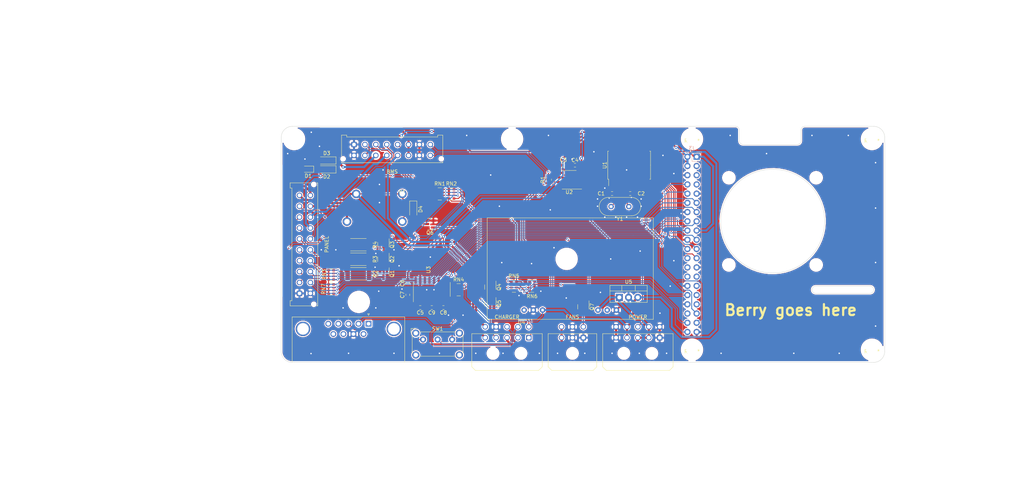
<source format=kicad_pcb>
(kicad_pcb (version 20171130) (host pcbnew 5.1.10)
  (title_block (title Handcart) (date 2021-07-31) (company "E-Agle - TRT"))
  (layers (0 F.Cu signal) (31 B.Cu signal) (34 B.Paste user hide) (35 F.Paste user hide) (36 B.SilkS user) (37 F.SilkS user) (38 B.Mask user hide) (39 F.Mask user hide) (44 Edge.Cuts user))
  (net 0 "")
  (net 1 GND)
  (net 2 "Net-(C1-Pad1)")
  (net 3 "Net-(C2-Pad1)")
  (net 4 +3V3)
  (net 5 +5V)
  (net 6 "Net-(C5-Pad2)")
  (net 7 "Net-(C5-Pad1)")
  (net 8 "Net-(C7-Pad2)")
  (net 9 "Net-(C8-Pad2)")
  (net 10 "Net-(C9-Pad2)")
  (net 11 "Net-(C9-Pad1)")
  (net 12 "Net-(D4-Pad2)")
  (net 13 +12V)
  (net 14 /RESET_BUTTON)
  (net 15 /BMS_LED)
  (net 16 /IMD_LED)
  (net 17 /TSAL)
  (net 18 /FROM_TSMS)
  (net 19 /TO_TSMS)
  (net 20 /FROM_CHARGER)
  (net 21 /CAN-)
  (net 22 /CAN+)
  (net 23 "Net-(J3-Pad36)")
  (net 24 "Net-(J3-Pad33)")
  (net 25 /FAN_PWM)
  (net 26 "Net-(J3-Pad31)")
  (net 27 "Net-(J3-Pad29)")
  (net 28 "Net-(J3-Pad28)")
  (net 29 "Net-(J3-Pad27)")
  (net 30 "Net-(J3-Pad26)")
  (net 31 /BUT_3)
  (net 32 /BUT_2)
  (net 33 /BUT_1)
  (net 34 /BUT_0)
  (net 35 /ROT_A)
  (net 36 /ROT_B)
  (net 37 /RASP_RX)
  (net 38 /RASP_TX)
  (net 39 "Net-(J3-Pad7)")
  (net 40 "Net-(J3-Pad5)")
  (net 41 "Net-(J3-Pad3)")
  (net 42 "Net-(J4-Pad9)")
  (net 43 "Net-(J4-Pad8)")
  (net 44 "Net-(J4-Pad6)")
  (net 45 "Net-(J4-Pad5)")
  (net 46 "Net-(J4-Pad4)")
  (net 47 /PC_TX)
  (net 48 /BRUSA_TX)
  (net 49 "Net-(J4-Pad1)")
  (net 50 /BRUSA_RX)
  (net 51 /TO_CHARGER)
  (net 52 /PON)
  (net 53 "Net-(Q1-Pad3)")
  (net 54 "Net-(Q1-Pad1)")
  (net 55 "Net-(Q2-Pad3)")
  (net 56 "Net-(Q2-Pad1)")
  (net 57 "Net-(Q3-Pad3)")
  (net 58 "Net-(Q3-Pad1)")
  (net 59 "Net-(Q4-Pad3)")
  (net 60 "Net-(Q4-Pad1)")
  (net 61 "Net-(Q5-Pad1)")
  (net 62 "Net-(Q6-Pad1)")
  (net 63 /RASP_PON_CONTROL)
  (net 64 /RASP_SD_CONTROL)
  (net 65 /RASP_TX_RS232)
  (net 66 "Net-(U1-Pad17)")
  (net 67 /INT)
  (net 68 "Net-(U1-Pad11)")
  (net 69 "Net-(U1-Pad10)")
  (net 70 "Net-(U1-Pad6)")
  (net 71 "Net-(U1-Pad5)")
  (net 72 "Net-(U1-Pad4)")
  (net 73 "Net-(U1-Pad3)")
  (net 74 /PS_ON)
  (net 75 /~FAN_PWM)
  (net 76 "Net-(Q7-Pad1)")
  (net 77 /RED_IMD_FAULT)
  (net 78 /RED_BMS_FAULT)
  (net 79 /GREEN_TS_OFF)
  (net 80 /BUT_5)
  (net 81 /BUT_4)
  (net 82 /FROM_MUSHROOM)
  (net 83 "Net-(U4-Pad1)")
  (net 84 "Net-(U4-Pad5)")
  (net 85 "Net-(U1-Pad2)")
  (net 86 "Net-(U1-Pad1)")
  (net 87 "Net-(J5-Pad2)")
  (net 88 /~CS~)
  (net 89 /CLK)
  (net 90 /MISO)
  (net 91 /MOSI)
  (net 92 "Net-(RN4-Pad3)")
  (net 93 "Net-(U3-Pad14)")
  (net 94 "Net-(U3-Pad13)")
  (net 95 "Net-(U3-Pad12)")
  (net 96 /FROM_TSMS_HV)
  (module handcart:MountingHole_3.2_6.1Free (layer F.Cu) (at 180.2 94.5)
    (fp_text reference REF** hide)
    (fp_text value MountingHole_3.2_6.1Free)
    (pad "" np_thru_hole circle (at 0 0) (size 3.2 3.2) (drill 3.2) (layers *.Cu *.Mask) (clearance 1.5))
  )
  (module handcart:MountingHole_3.2_6.1Free (layer F.Cu) (at 165.2 61.5)
    (fp_text reference REF** hide)
    (fp_text value MountingHole_3.2_6.1Free)
    (pad "" np_thru_hole circle (at 0 0) (size 3.2 3.2) (drill 3.2) (layers *.Cu *.Mask) (clearance 1.5))
  )
  (module handcart:MountingHole_3.2_6.1Free (layer F.Cu) (at 123.02 106.35)
    (fp_text reference REF** hide)
    (fp_text value MountingHole_3.2_6.1Free)
    (pad "" np_thru_hole circle (at 0 0) (size 3.2 3.2) (drill 3.2) (layers *.Cu *.Mask) (clearance 1.5))
  )
  (module handcart:MountingHole_3.2_6.1Free (layer F.Cu) (at 105.2 61.5)
    (fp_text reference REF** hide)
    (fp_text value MountingHole_3.2_6.1Free)
    (pad "" np_thru_hole circle (at 0 0) (size 3.2 3.2) (drill 3.2) (layers *.Cu *.Mask) (clearance 1.5))
  )
  (module handcart:MountingHole_3.2_6.1Free (layer F.Cu) (at 214.7 119.5)
    (fp_text reference REF** (at 0 0.5) (layer F.SilkS))
    (fp_text value MountingHole_3.2_6.1Free)
    (pad "" np_thru_hole circle (at 0 0) (size 3.2 3.2) (drill 3.2) (layers *.Cu *.Mask) (clearance 1.5))
  )
  (module handcart:MountingHole_3.2_6.1Free (layer F.Cu) (at 264.2 119.5)
    (fp_text reference REF** (at 0 0.5) (layer F.SilkS))
    (fp_text value MountingHole_3.2_6.1Free)
    (pad "" np_thru_hole circle (at 0 0) (size 3.2 3.2) (drill 3.2) (layers *.Cu *.Mask) (clearance 1.5))
  )
  (module handcart:MountingHole_3.2_6.1Free (layer F.Cu) (at 264.2 61.5)
    (fp_text reference REF** (at 0 0.5) (layer F.SilkS))
    (fp_text value MountingHole_3.2_6.1Free)
    (pad "" np_thru_hole circle (at 0 0) (size 3.2 3.2) (drill 3.2) (layers *.Cu *.Mask) (clearance 1.5))
  )
  (module handcart:MountingHole_3.2_6.1Free (layer F.Cu) (at 214.7 61.5)
    (fp_text reference REF** (at 0 0.5) (layer F.SilkS))
    (fp_text value MountingHole_3.2_6.1Free)
    (pad "" np_thru_hole circle (at 0 0) (size 3.2 3.2) (drill 3.2) (layers *.Cu *.Mask) (clearance 1.5))
  )
  (module handcart:raspberrypi_hat_template (layer B.Cu) (at 215.97 66.37 180)
    (fp_text reference J3 (at 1.27 2.33 180) (layer B.SilkS) (effects (justify mirror)))
    (fp_text value Raspberry_Pi_2_3)
    (pad 40 thru_hole oval (at 2.54 -48.26 180) (size 1.7 1.7) (drill 1) (layers *.Cu *.Mask) (net 63 /RASP_PON_CONTROL))
    (pad 39 thru_hole oval (at 0 -48.26 180) (size 1.7 1.7) (drill 1) (layers *.Cu *.Mask) (net 1 GND))
    (pad 38 thru_hole oval (at 2.54 -45.72 180) (size 1.7 1.7) (drill 1) (layers *.Cu *.Mask) (net 64 /RASP_SD_CONTROL))
    (pad 37 thru_hole oval (at 0 -45.72 180) (size 1.7 1.7) (drill 1) (layers *.Cu *.Mask) (net 31 /BUT_3))
    (pad 36 thru_hole oval (at 2.54 -43.18 180) (size 1.7 1.7) (drill 1) (layers *.Cu *.Mask) (net 23 "Net-(J3-Pad36)"))
    (pad 35 thru_hole oval (at 0 -43.18 180) (size 1.7 1.7) (drill 1) (layers *.Cu *.Mask) (net 80 /BUT_5))
    (pad 34 thru_hole oval (at 2.54 -40.64 180) (size 1.7 1.7) (drill 1) (layers *.Cu *.Mask) (net 1 GND))
    (pad 33 thru_hole oval (at 0 -40.64 180) (size 1.7 1.7) (drill 1) (layers *.Cu *.Mask) (net 24 "Net-(J3-Pad33)"))
    (pad 32 thru_hole oval (at 2.54 -38.1 180) (size 1.7 1.7) (drill 1) (layers *.Cu *.Mask) (net 75 /~FAN_PWM))
    (pad 31 thru_hole oval (at 0 -38.1 180) (size 1.7 1.7) (drill 1) (layers *.Cu *.Mask) (net 26 "Net-(J3-Pad31)"))
    (pad 30 thru_hole oval (at 2.54 -35.56 180) (size 1.7 1.7) (drill 1) (layers *.Cu *.Mask) (net 1 GND))
    (pad 29 thru_hole oval (at 0 -35.56 180) (size 1.7 1.7) (drill 1) (layers *.Cu *.Mask) (net 27 "Net-(J3-Pad29)"))
    (pad 28 thru_hole oval (at 2.54 -33.02 180) (size 1.7 1.7) (drill 1) (layers *.Cu *.Mask) (net 28 "Net-(J3-Pad28)"))
    (pad 27 thru_hole oval (at 0 -33.02 180) (size 1.7 1.7) (drill 1) (layers *.Cu *.Mask) (net 29 "Net-(J3-Pad27)"))
    (pad 26 thru_hole oval (at 2.54 -30.48 180) (size 1.7 1.7) (drill 1) (layers *.Cu *.Mask) (net 30 "Net-(J3-Pad26)"))
    (pad 25 thru_hole oval (at 0 -30.48 180) (size 1.7 1.7) (drill 1) (layers *.Cu *.Mask) (net 1 GND))
    (pad 24 thru_hole oval (at 2.54 -27.94 180) (size 1.7 1.7) (drill 1) (layers *.Cu *.Mask) (net 88 /~CS~))
    (pad 23 thru_hole oval (at 0 -27.94 180) (size 1.7 1.7) (drill 1) (layers *.Cu *.Mask) (net 89 /CLK))
    (pad 22 thru_hole oval (at 2.54 -25.4 180) (size 1.7 1.7) (drill 1) (layers *.Cu *.Mask) (net 67 /INT))
    (pad 21 thru_hole oval (at 0 -25.4 180) (size 1.7 1.7) (drill 1) (layers *.Cu *.Mask) (net 90 /MISO))
    (pad 20 thru_hole oval (at 2.54 -22.86 180) (size 1.7 1.7) (drill 1) (layers *.Cu *.Mask) (net 1 GND))
    (pad 19 thru_hole oval (at 0 -22.86 180) (size 1.7 1.7) (drill 1) (layers *.Cu *.Mask) (net 91 /MOSI))
    (pad 18 thru_hole oval (at 2.54 -20.32 180) (size 1.7 1.7) (drill 1) (layers *.Cu *.Mask) (net 32 /BUT_2))
    (pad 17 thru_hole oval (at 0 -20.32 180) (size 1.7 1.7) (drill 1) (layers *.Cu *.Mask) (net 4 +3V3))
    (pad 16 thru_hole oval (at 2.54 -17.78 180) (size 1.7 1.7) (drill 1) (layers *.Cu *.Mask) (net 33 /BUT_1))
    (pad 15 thru_hole oval (at 0 -17.78 180) (size 1.7 1.7) (drill 1) (layers *.Cu *.Mask) (net 34 /BUT_0))
    (pad 14 thru_hole oval (at 2.54 -15.24 180) (size 1.7 1.7) (drill 1) (layers *.Cu *.Mask) (net 1 GND))
    (pad 13 thru_hole oval (at 0 -15.24 180) (size 1.7 1.7) (drill 1) (layers *.Cu *.Mask) (net 81 /BUT_4))
    (pad 12 thru_hole oval (at 2.54 -12.7 180) (size 1.7 1.7) (drill 1) (layers *.Cu *.Mask) (net 35 /ROT_A))
    (pad 11 thru_hole oval (at 0 -12.7 180) (size 1.7 1.7) (drill 1) (layers *.Cu *.Mask) (net 36 /ROT_B))
    (pad 10 thru_hole oval (at 2.54 -10.16 180) (size 1.7 1.7) (drill 1) (layers *.Cu *.Mask) (net 37 /RASP_RX))
    (pad 9 thru_hole oval (at 0 -10.16 180) (size 1.7 1.7) (drill 1) (layers *.Cu *.Mask) (net 1 GND))
    (pad 8 thru_hole oval (at 2.54 -7.62 180) (size 1.7 1.7) (drill 1) (layers *.Cu *.Mask) (net 38 /RASP_TX))
    (pad 7 thru_hole oval (at 0 -7.62 180) (size 1.7 1.7) (drill 1) (layers *.Cu *.Mask) (net 39 "Net-(J3-Pad7)"))
    (pad 6 thru_hole oval (at 2.54 -5.08 180) (size 1.7 1.7) (drill 1) (layers *.Cu *.Mask) (net 1 GND))
    (pad 5 thru_hole oval (at 0 -5.08 180) (size 1.7 1.7) (drill 1) (layers *.Cu *.Mask) (net 40 "Net-(J3-Pad5)"))
    (pad 4 thru_hole oval (at 2.54 -2.54 180) (size 1.7 1.7) (drill 1) (layers *.Cu *.Mask) (net 5 +5V))
    (pad 3 thru_hole oval (at 0 -2.54 180) (size 1.7 1.7) (drill 1) (layers *.Cu *.Mask) (net 41 "Net-(J3-Pad3)"))
    (pad 2 thru_hole oval (at 2.54 0 180) (size 1.7 1.7) (drill 1) (layers *.Cu *.Mask) (net 5 +5V))
    (pad 1 thru_hole rect (at 0 0 180) (size 1.7 1.7) (drill 1) (layers *.Cu *.Mask) (net 4 +3V3))
  )
  (module MountingHole:MountingHole_3.2mm_M3_ISO14580 (layer F.Cu) (at 224.84 96.16)
    (fp_text reference REF** hide)
    (fp_text value MountingHole_3.2mm_M3_ISO14580)
    (pad 1 np_thru_hole circle (at 0 0) (size 3.2 3.2) (drill 3.2) (layers *.Cu *.Mask))
  )
  (module MountingHole:MountingHole_3.2mm_M3_ISO14580 (layer F.Cu) (at 248.85 96.16)
    (fp_text reference REF** hide)
    (fp_text value MountingHole_3.2mm_M3_ISO14580)
    (pad 1 np_thru_hole circle (at 0 0) (size 3.2 3.2) (drill 3.2) (layers *.Cu *.Mask))
  )
  (module MountingHole:MountingHole_3.2mm_M3_ISO14580 (layer F.Cu) (at 248.85 72.16)
    (fp_text reference REF** hide)
    (fp_text value MountingHole_3.2mm_M3_ISO14580)
    (pad 1 np_thru_hole circle (at 0 0) (size 3.2 3.2) (drill 3.2) (layers *.Cu *.Mask))
  )
  (module MountingHole:MountingHole_3.2mm_M3_ISO14580 (layer F.Cu) (at 224.85 72.16)
    (fp_text reference REF** hide)
    (fp_text value MountingHole_3.2mm_M3_ISO14580)
    (pad 1 np_thru_hole circle (at 0 0) (size 3.2 3.2) (drill 3.2) (layers *.Cu *.Mask))
  )
  (module handcart:OJE-SH-112DM (layer F.Cu) (at 135 76.6 180)
    (fp_text reference K1 (at 0 0.5 180) (layer F.SilkS))
    (fp_text value OJE-SH-112DM)
    (pad 4 thru_hole circle (at 15.24 -7.62 180) (size 2.4 2.4) (drill 1.5) (layers *.Cu *.Mask) (net 82 /FROM_MUSHROOM))
    (pad 3 thru_hole circle (at 12.7 0 180) (size 2.4 2.4) (drill 1.5) (layers *.Cu *.Mask) (net 51 /TO_CHARGER))
    (pad 2 thru_hole circle (at 0 -7.62 180) (size 2.4 2.4) (drill 1.5) (layers *.Cu *.Mask) (net 12 "Net-(D4-Pad2)"))
    (pad 1 thru_hole circle (at 0 0 180) (size 2.4 2.4) (drill 1.5) (layers *.Cu *.Mask) (net 51 /TO_CHARGER))
  )
  (module Diode_SMD:D_MiniMELF (layer F.Cu) (at 114.2 67.4 180)
    (fp_text reference D3 (at 0 2) (layer F.SilkS))
    (fp_text value RGL34B)
    (pad 2 smd rect (at 1.75 0 180) (size 1.3 1.7) (layers F.Cu F.Paste F.Mask) (net 18 /FROM_TSMS))
    (pad 1 smd rect (at -1.75 0 180) (size 1.3 1.7) (layers F.Cu F.Paste F.Mask) (net 96 /FROM_TSMS_HV))
  )
  (module Diode_SMD:D_MiniMELF (layer F.Cu) (at 114.2 69.85 180)
    (fp_text reference D2 (at 0 -2) (layer F.SilkS))
    (fp_text value RGL34B)
    (pad 2 smd rect (at 1.75 0 180) (size 1.3 1.7) (layers F.Cu F.Paste F.Mask) (net 18 /FROM_TSMS))
    (pad 1 smd rect (at -1.75 0 180) (size 1.3 1.7) (layers F.Cu F.Paste F.Mask) (net 96 /FROM_TSMS_HV))
  )
  (module Diode_SMD:D_SOD-323F (layer F.Cu) (at 109.1 69.8 180)
    (fp_text reference D1 (at 0 -1.85) (layer F.SilkS))
    (fp_text value "DDZ13ASF 13V")
    (pad 2 smd rect (at 1.1 0 180) (size 0.5 0.5) (layers F.Cu F.Paste F.Mask) (net 1 GND))
    (pad 1 smd rect (at -1.1 0 180) (size 0.5 0.5) (layers F.Cu F.Paste F.Mask) (net 18 /FROM_TSMS))
  )
  (module Package_TO_SOT_THT:TO-220-3_Vertical (layer F.Cu) (at 194.7 105.1)
    (fp_text reference U5 (at 2.54 -4.27) (layer F.SilkS))
    (fp_text value L7805)
    (pad 3 thru_hole oval (at 5.08 0) (size 1.905 2) (drill 1.1) (layers *.Cu *.Mask) (net 5 +5V))
    (pad 2 thru_hole oval (at 2.54 0) (size 1.905 2) (drill 1.1) (layers *.Cu *.Mask) (net 1 GND))
    (pad 1 thru_hole rect (at 0 0) (size 1.905 2) (drill 1.1) (layers *.Cu *.Mask) (net 13 +12V))
  )
  (module Connector_Molex:Molex_Micro-Fit_3.0_43045-1000_2x05_P3.00mm_Horizontal (layer F.Cu) (at 169.8 116.2 180)
    (fp_text reference J5 hide)
    (fp_text value CHARGER (at 6 5.7) (layer F.SilkS))
    (pad 10 thru_hole circle (at 12 3 180) (size 1.5 1.5) (drill 1.02) (layers *.Cu *.Mask) (net 20 /FROM_CHARGER))
    (pad 9 thru_hole circle (at 9 3 180) (size 1.5 1.5) (drill 1.02) (layers *.Cu *.Mask) (net 1 GND))
    (pad 8 thru_hole circle (at 6 3 180) (size 1.5 1.5) (drill 1.02) (layers *.Cu *.Mask) (net 50 /BRUSA_RX))
    (pad 7 thru_hole circle (at 3 3 180) (size 1.5 1.5) (drill 1.02) (layers *.Cu *.Mask) (net 48 /BRUSA_TX))
    (pad 6 thru_hole circle (at 0 3 180) (size 1.5 1.5) (drill 1.02) (layers *.Cu *.Mask) (net 21 /CAN-))
    (pad 5 thru_hole circle (at 12 0 180) (size 1.5 1.5) (drill 1.02) (layers *.Cu *.Mask) (net 51 /TO_CHARGER))
    (pad 4 thru_hole circle (at 9 0 180) (size 1.5 1.5) (drill 1.02) (layers *.Cu *.Mask) (net 52 /PON))
    (pad 3 thru_hole circle (at 6 0 180) (size 1.5 1.5) (drill 1.02) (layers *.Cu *.Mask) (net 13 +12V))
    (pad 2 thru_hole circle (at 3 0 180) (size 1.5 1.5) (drill 1.02) (layers *.Cu *.Mask) (net 87 "Net-(J5-Pad2)"))
    (pad 1 thru_hole roundrect (at 0 0 180) (size 1.5 1.5) (drill 1.02) (layers *.Cu *.Mask) (roundrect_rratio 0.166667) (net 22 /CAN+))
    (pad "" np_thru_hole circle (at 9.86 -4.32 180) (size 3 3) (drill 3) (layers *.Cu *.Mask))
    (pad "" np_thru_hole circle (at 2.16 -4.32 180) (size 3 3) (drill 3) (layers *.Cu *.Mask))
  )
  (module handcart:Tex_DCDC (layer F.Cu) (at 181.2 108.6)
    (fp_text reference U4 (at -13.4 3.4) (layer F.SilkS))
    (fp_text value Tex_DCDC)
    (pad 1 thru_hole circle (at -12.7 0) (size 1.524 1.524) (drill 0.762) (layers *.Cu *.Mask) (net 83 "Net-(U4-Pad1)"))
    (pad 2 thru_hole circle (at -10.16 0) (size 1.524 1.524) (drill 0.762) (layers *.Cu *.Mask) (net 1 GND))
    (pad 3 thru_hole circle (at -7.62 0) (size 1.524 1.524) (drill 0.762) (layers *.Cu *.Mask) (net 5 +5V))
    (pad 4 thru_hole circle (at 7.62 0) (size 1.524 1.524) (drill 0.762) (layers *.Cu *.Mask) (net 13 +12V))
    (pad 5 thru_hole circle (at 10.16 0) (size 1.524 1.524) (drill 0.762) (layers *.Cu *.Mask) (net 84 "Net-(U4-Pad5)"))
    (pad 6 thru_hole circle (at 12.7 0) (size 1.524 1.524) (drill 0.762) (layers *.Cu *.Mask) (net 1 GND))
  )
  (module Package_TO_SOT_SMD:SOT-23 (layer F.Cu) (at 129.8 98.6 270)
    (fp_text reference Q1 (at 0 -2.4 90) (layer F.SilkS))
    (fp_text value 2N7002NXAKR)
    (pad 3 smd roundrect (at 0.9375 0 270) (size 1.475 0.6) (layers F.Cu F.Paste F.Mask) (net 53 "Net-(Q1-Pad3)"))
    (pad 2 smd roundrect (at -0.9375 0.95 270) (size 1.475 0.6) (layers F.Cu F.Paste F.Mask) (net 1 GND))
    (pad 1 smd roundrect (at -0.9375 -0.95 270) (size 1.475 0.6) (layers F.Cu F.Paste F.Mask) (net 54 "Net-(Q1-Pad1)"))
  )
  (module Connector_Molex:Molex_Micro-Fit_3.0_43045-1000_2x05_P3.00mm_Horizontal (layer F.Cu) (at 205.8 116.2 180)
    (fp_text reference J8 hide)
    (fp_text value POWER (at 6 5.7) (layer F.SilkS))
    (pad 10 thru_hole circle (at 12 3 180) (size 1.5 1.5) (drill 1.02) (layers *.Cu *.Mask) (net 1 GND))
    (pad 9 thru_hole circle (at 9 3 180) (size 1.5 1.5) (drill 1.02) (layers *.Cu *.Mask) (net 5 +5V))
    (pad 8 thru_hole circle (at 6 3 180) (size 1.5 1.5) (drill 1.02) (layers *.Cu *.Mask) (net 74 /PS_ON))
    (pad 7 thru_hole circle (at 3 3 180) (size 1.5 1.5) (drill 1.02) (layers *.Cu *.Mask) (net 13 +12V))
    (pad 6 thru_hole circle (at 0 3 180) (size 1.5 1.5) (drill 1.02) (layers *.Cu *.Mask) (net 1 GND))
    (pad 5 thru_hole circle (at 12 0 180) (size 1.5 1.5) (drill 1.02) (layers *.Cu *.Mask) (net 1 GND))
    (pad 4 thru_hole circle (at 9 0 180) (size 1.5 1.5) (drill 1.02) (layers *.Cu *.Mask) (net 5 +5V))
    (pad 3 thru_hole circle (at 6 0 180) (size 1.5 1.5) (drill 1.02) (layers *.Cu *.Mask) (net 13 +12V))
    (pad 2 thru_hole circle (at 3 0 180) (size 1.5 1.5) (drill 1.02) (layers *.Cu *.Mask) (net 13 +12V))
    (pad 1 thru_hole roundrect (at 0 0 180) (size 1.5 1.5) (drill 1.02) (layers *.Cu *.Mask) (roundrect_rratio 0.166667) (net 1 GND))
    (pad "" np_thru_hole circle (at 9.86 -4.32 180) (size 3 3) (drill 3) (layers *.Cu *.Mask))
    (pad "" np_thru_hole circle (at 2.16 -4.32 180) (size 3 3) (drill 3) (layers *.Cu *.Mask))
  )
  (module Connector_Molex:Molex_Micro-Fit_3.0_43045-1612_2x08_P3.00mm_Vertical (layer F.Cu) (at 121.7 63)
    (fp_text reference J2 hide)
    (fp_text value BMS (at 10.5 7.5) (layer F.SilkS))
    (pad 16 thru_hole circle (at 21 3) (size 1.5 1.5) (drill 1) (layers *.Cu *.Mask) (net 22 /CAN+))
    (pad 15 thru_hole circle (at 18 3) (size 1.5 1.5) (drill 1) (layers *.Cu *.Mask) (net 1 GND))
    (pad 14 thru_hole circle (at 15 3) (size 1.5 1.5) (drill 1) (layers *.Cu *.Mask) (net 13 +12V))
    (pad 13 thru_hole circle (at 12 3) (size 1.5 1.5) (drill 1) (layers *.Cu *.Mask) (net 20 /FROM_CHARGER))
    (pad 12 thru_hole circle (at 9 3) (size 1.5 1.5) (drill 1) (layers *.Cu *.Mask) (net 19 /TO_TSMS))
    (pad 11 thru_hole circle (at 6 3) (size 1.5 1.5) (drill 1) (layers *.Cu *.Mask) (net 96 /FROM_TSMS_HV))
    (pad 10 thru_hole circle (at 3 3) (size 1.5 1.5) (drill 1) (layers *.Cu *.Mask) (net 5 +5V))
    (pad 9 thru_hole circle (at 0 3) (size 1.5 1.5) (drill 1) (layers *.Cu *.Mask) (net 1 GND))
    (pad 8 thru_hole circle (at 21 0) (size 1.5 1.5) (drill 1) (layers *.Cu *.Mask) (net 21 /CAN-))
    (pad 7 thru_hole circle (at 18 0) (size 1.5 1.5) (drill 1) (layers *.Cu *.Mask) (net 1 GND))
    (pad 6 thru_hole circle (at 15 0) (size 1.5 1.5) (drill 1) (layers *.Cu *.Mask) (net 13 +12V))
    (pad 5 thru_hole circle (at 12 0) (size 1.5 1.5) (drill 1) (layers *.Cu *.Mask) (net 17 /TSAL))
    (pad 4 thru_hole circle (at 9 0) (size 1.5 1.5) (drill 1) (layers *.Cu *.Mask) (net 16 /IMD_LED))
    (pad 3 thru_hole circle (at 6 0) (size 1.5 1.5) (drill 1) (layers *.Cu *.Mask) (net 15 /BMS_LED))
    (pad 2 thru_hole circle (at 3 0) (size 1.5 1.5) (drill 1) (layers *.Cu *.Mask) (net 14 /RESET_BUTTON))
    (pad 1 thru_hole roundrect (at 0 0) (size 1.5 1.5) (drill 1) (layers *.Cu *.Mask) (roundrect_rratio 0.166667) (net 1 GND))
    (pad "" np_thru_hole circle (at 24 3.94) (size 1 1) (drill 1) (layers *.Cu *.Mask))
    (pad "" np_thru_hole circle (at -3 3.94) (size 1 1) (drill 1) (layers *.Cu *.Mask))
  )
  (module Connector_Molex:Molex_Micro-Fit_3.0_43045-2012_2x10_P3.00mm_Vertical (layer F.Cu) (at 106.7 104 90)
    (fp_text reference J1 hide)
    (fp_text value PANEL (at 13.5 7.5 90) (layer F.SilkS))
    (pad 20 thru_hole circle (at 27 3 90) (size 1.5 1.5) (drill 1) (layers *.Cu *.Mask) (net 13 +12V))
    (pad 19 thru_hole circle (at 24 3 90) (size 1.5 1.5) (drill 1) (layers *.Cu *.Mask) (net 82 /FROM_MUSHROOM))
    (pad 18 thru_hole circle (at 21 3 90) (size 1.5 1.5) (drill 1) (layers *.Cu *.Mask) (net 19 /TO_TSMS))
    (pad 17 thru_hole circle (at 18 3 90) (size 1.5 1.5) (drill 1) (layers *.Cu *.Mask) (net 18 /FROM_TSMS))
    (pad 16 thru_hole circle (at 15 3 90) (size 1.5 1.5) (drill 1) (layers *.Cu *.Mask) (net 14 /RESET_BUTTON))
    (pad 15 thru_hole circle (at 12 3 90) (size 1.5 1.5) (drill 1) (layers *.Cu *.Mask) (net 31 /BUT_3))
    (pad 14 thru_hole circle (at 9 3 90) (size 1.5 1.5) (drill 1) (layers *.Cu *.Mask) (net 32 /BUT_2))
    (pad 13 thru_hole circle (at 6 3 90) (size 1.5 1.5) (drill 1) (layers *.Cu *.Mask) (net 33 /BUT_1))
    (pad 12 thru_hole circle (at 3 3 90) (size 1.5 1.5) (drill 1) (layers *.Cu *.Mask) (net 34 /BUT_0))
    (pad 11 thru_hole circle (at 0 3 90) (size 1.5 1.5) (drill 1) (layers *.Cu *.Mask) (net 1 GND))
    (pad 10 thru_hole circle (at 27 0 90) (size 1.5 1.5) (drill 1) (layers *.Cu *.Mask) (net 51 /TO_CHARGER))
    (pad 9 thru_hole circle (at 24 0 90) (size 1.5 1.5) (drill 1) (layers *.Cu *.Mask) (net 74 /PS_ON))
    (pad 8 thru_hole circle (at 21 0 90) (size 1.5 1.5) (drill 1) (layers *.Cu *.Mask) (net 77 /RED_IMD_FAULT))
    (pad 7 thru_hole circle (at 18 0 90) (size 1.5 1.5) (drill 1) (layers *.Cu *.Mask) (net 78 /RED_BMS_FAULT))
    (pad 6 thru_hole circle (at 15 0 90) (size 1.5 1.5) (drill 1) (layers *.Cu *.Mask) (net 79 /GREEN_TS_OFF))
    (pad 5 thru_hole circle (at 12 0 90) (size 1.5 1.5) (drill 1) (layers *.Cu *.Mask) (net 81 /BUT_4))
    (pad 4 thru_hole circle (at 9 0 90) (size 1.5 1.5) (drill 1) (layers *.Cu *.Mask) (net 80 /BUT_5))
    (pad 3 thru_hole circle (at 6 0 90) (size 1.5 1.5) (drill 1) (layers *.Cu *.Mask) (net 36 /ROT_B))
    (pad 2 thru_hole circle (at 3 0 90) (size 1.5 1.5) (drill 1) (layers *.Cu *.Mask) (net 35 /ROT_A))
    (pad 1 thru_hole roundrect (at 0 0 90) (size 1.5 1.5) (drill 1) (layers *.Cu *.Mask) (roundrect_rratio 0.166667) (net 1 GND))
    (pad "" np_thru_hole circle (at 30 3.94 90) (size 1 1) (drill 1) (layers *.Cu *.Mask))
    (pad "" np_thru_hole circle (at -3 3.94 90) (size 1 1) (drill 1) (layers *.Cu *.Mask))
  )
  (module Resistor_SMD:R_Array_Convex_4x0612 (layer F.Cu) (at 115.4 98.9 180)
    (fp_text reference RN3 (at 1.9 0.1 90) (layer F.SilkS))
    (fp_text value 10k)
    (pad 1 smd rect (at -0.7 -1.27 180) (size 0.7 0.64) (layers F.Cu F.Paste F.Mask) (net 35 /ROT_A))
    (pad 3 smd rect (at -0.7 0.4 180) (size 0.7 0.5) (layers F.Cu F.Paste F.Mask) (net 80 /BUT_5))
    (pad 2 smd rect (at -0.7 -0.4 180) (size 0.7 0.5) (layers F.Cu F.Paste F.Mask) (net 36 /ROT_B))
    (pad 4 smd rect (at -0.7 1.27 180) (size 0.7 0.64) (layers F.Cu F.Paste F.Mask) (net 81 /BUT_4))
    (pad 7 smd rect (at 0.7 -0.4 180) (size 0.7 0.5) (layers F.Cu F.Paste F.Mask) (net 4 +3V3))
    (pad 8 smd rect (at 0.7 -1.27 180) (size 0.7 0.64) (layers F.Cu F.Paste F.Mask) (net 4 +3V3))
    (pad 6 smd rect (at 0.7 0.4 180) (size 0.7 0.5) (layers F.Cu F.Paste F.Mask) (net 4 +3V3))
    (pad 5 smd rect (at 0.7 1.27 180) (size 0.7 0.64) (layers F.Cu F.Paste F.Mask) (net 4 +3V3))
  )
  (module Connector_Molex:Molex_Micro-Fit_3.0_43045-0600_2x03_P3.00mm_Horizontal (layer F.Cu) (at 184.8 116.2 180)
    (fp_text reference J10 hide)
    (fp_text value FANS (at 3 5.7) (layer F.SilkS))
    (pad 6 thru_hole circle (at 6 3 180) (size 1.5 1.5) (drill 1.02) (layers *.Cu *.Mask) (net 13 +12V))
    (pad 5 thru_hole circle (at 3 3 180) (size 1.5 1.5) (drill 1.02) (layers *.Cu *.Mask) (net 1 GND))
    (pad 4 thru_hole circle (at 0 3 180) (size 1.5 1.5) (drill 1.02) (layers *.Cu *.Mask) (net 25 /FAN_PWM))
    (pad 3 thru_hole circle (at 6 0 180) (size 1.5 1.5) (drill 1.02) (layers *.Cu *.Mask) (net 13 +12V))
    (pad 2 thru_hole circle (at 3 0 180) (size 1.5 1.5) (drill 1.02) (layers *.Cu *.Mask) (net 1 GND))
    (pad 1 thru_hole roundrect (at 0 0 180) (size 1.5 1.5) (drill 1.02) (layers *.Cu *.Mask) (roundrect_rratio 0.166667) (net 1 GND))
    (pad "" np_thru_hole circle (at 3 -4.32 180) (size 3 3) (drill 3) (layers *.Cu *.Mask))
  )
  (module Resistor_SMD:R_2512_6332Metric (layer F.Cu) (at 122.9 90.6)
    (fp_text reference R4 (at 4.6 0 270) (layer F.SilkS))
    (fp_text value 470R)
    (pad 2 smd roundrect (at 2.9625 0) (size 1.225 3.35) (layers F.Cu F.Paste F.Mask) (roundrect_rratio 0.204082) (net 57 "Net-(Q3-Pad3)"))
    (pad 1 smd roundrect (at -2.9625 0) (size 1.225 3.35) (layers F.Cu F.Paste F.Mask) (roundrect_rratio 0.204082) (net 78 /RED_BMS_FAULT))
  )
  (module Resistor_SMD:R_2512_6332Metric (layer F.Cu) (at 122.9 94.6)
    (fp_text reference R3 (at 4.6 0 90) (layer F.SilkS))
    (fp_text value 470R)
    (pad 2 smd roundrect (at 2.9625 0) (size 1.225 3.35) (layers F.Cu F.Paste F.Mask) (roundrect_rratio 0.204082) (net 55 "Net-(Q2-Pad3)"))
    (pad 1 smd roundrect (at -2.9625 0) (size 1.225 3.35) (layers F.Cu F.Paste F.Mask) (roundrect_rratio 0.204082) (net 77 /RED_IMD_FAULT))
  )
  (module Resistor_SMD:R_2512_6332Metric (layer F.Cu) (at 122.9 98.6 180)
    (fp_text reference R2 (at -4.6 0 270) (layer F.SilkS))
    (fp_text value 470R)
    (pad 2 smd roundrect (at 2.9625 0 180) (size 1.225 3.35) (layers F.Cu F.Paste F.Mask) (roundrect_rratio 0.204082) (net 79 /GREEN_TS_OFF))
    (pad 1 smd roundrect (at -2.9625 0 180) (size 1.225 3.35) (layers F.Cu F.Paste F.Mask) (roundrect_rratio 0.204082) (net 53 "Net-(Q1-Pad3)"))
  )
  (module Crystal:Crystal_HC49-4H_Vertical (layer F.Cu) (at 192.43 80.09)
    (fp_text reference Y1 (at 2.44 3.41) (layer F.SilkS))
    (fp_text value 16MHz)
    (pad 2 thru_hole circle (at 4.88 0) (size 1.5 1.5) (drill 0.8) (layers *.Cu *.Mask) (net 3 "Net-(C2-Pad1)"))
    (pad 1 thru_hole circle (at 0 0) (size 1.5 1.5) (drill 0.8) (layers *.Cu *.Mask) (net 2 "Net-(C1-Pad1)"))
  )
  (module Connector_Dsub:DSUB-9_Female_Horizontal_P2.77x2.84mm_EdgePinOffset7.70mm_Housed_MountingHolesOffset9.12mm (layer F.Cu) (at 125.7 112.36)
    (fp_text reference J4 hide)
    (fp_text value DB9_Female_DCE)
    (pad 0 thru_hole circle (at 6.96 1.42) (size 4 4) (drill 3.2) (layers *.Cu *.Mask))
    (pad 0 thru_hole circle (at -18.04 1.42) (size 4 4) (drill 3.2) (layers *.Cu *.Mask))
    (pad 9 thru_hole circle (at -9.695 2.84) (size 1.6 1.6) (drill 1) (layers *.Cu *.Mask) (net 42 "Net-(J4-Pad9)"))
    (pad 8 thru_hole circle (at -6.925 2.84) (size 1.6 1.6) (drill 1) (layers *.Cu *.Mask) (net 43 "Net-(J4-Pad8)"))
    (pad 7 thru_hole circle (at -4.155 2.84) (size 1.6 1.6) (drill 1) (layers *.Cu *.Mask) (net 1 GND))
    (pad 6 thru_hole circle (at -1.385 2.84) (size 1.6 1.6) (drill 1) (layers *.Cu *.Mask) (net 44 "Net-(J4-Pad6)"))
    (pad 5 thru_hole circle (at -11.08 0) (size 1.6 1.6) (drill 1) (layers *.Cu *.Mask) (net 45 "Net-(J4-Pad5)"))
    (pad 4 thru_hole circle (at -8.31 0) (size 1.6 1.6) (drill 1) (layers *.Cu *.Mask) (net 46 "Net-(J4-Pad4)"))
    (pad 3 thru_hole circle (at -5.54 0) (size 1.6 1.6) (drill 1) (layers *.Cu *.Mask) (net 47 /PC_TX))
    (pad 2 thru_hole circle (at -2.77 0) (size 1.6 1.6) (drill 1) (layers *.Cu *.Mask) (net 48 /BRUSA_TX))
    (pad 1 thru_hole rect (at 0 0) (size 1.6 1.6) (drill 1) (layers *.Cu *.Mask) (net 49 "Net-(J4-Pad1)"))
  )
  (module Package_TO_SOT_SMD:SOT-23 (layer F.Cu) (at 184.8 107.7 270)
    (fp_text reference Q7 (at 0 -2.4 90) (layer F.SilkS))
    (fp_text value 2N7002NXAKR)
    (pad 3 smd roundrect (at 0.9375 0 270) (size 1.475 0.6) (layers F.Cu F.Paste F.Mask) (net 25 /FAN_PWM))
    (pad 2 smd roundrect (at -0.9375 0.95 270) (size 1.475 0.6) (layers F.Cu F.Paste F.Mask) (net 1 GND))
    (pad 1 smd roundrect (at -0.9375 -0.95 270) (size 1.475 0.6) (layers F.Cu F.Paste F.Mask) (net 76 "Net-(Q7-Pad1)"))
  )
  (module Button_Switch_THT:SW_E-Switch_EG1224_SPDT_Angled (layer F.Cu) (at 140.7 116.7)
    (fp_text reference SW1 (at 4 -2.95) (layer F.SilkS))
    (fp_text value SW_SPDT)
    (pad 3 thru_hole circle (at 8 0) (size 1.7 1.7) (drill 0.9) (layers *.Cu *.Mask) (net 65 /RASP_TX_RS232))
    (pad 2 thru_hole circle (at 4 0) (size 1.7 1.7) (drill 0.9) (layers *.Cu *.Mask) (net 50 /BRUSA_RX))
    (pad 1 thru_hole circle (at 0 0) (size 1.7 1.7) (drill 0.9) (layers *.Cu *.Mask) (net 47 /PC_TX))
    (pad "" thru_hole circle (at -2 4.25) (size 2 2) (drill 1.2) (layers *.Cu *.Mask))
    (pad "" thru_hole circle (at 10 4.25) (size 2 2) (drill 1.2) (layers *.Cu *.Mask))
    (pad "" thru_hole circle (at 10 -1.75) (size 2 2) (drill 1.2) (layers *.Cu *.Mask))
    (pad "" thru_hole circle (at -2 -1.75) (size 2 2) (drill 1.2) (layers *.Cu *.Mask))
  )
  (module Package_SO:SOIC-16_3.9x9.9mm_P1.27mm (layer F.Cu) (at 143.1 102.9 90)
    (fp_text reference U3 (at 5.4 -0.9 90) (layer F.SilkS))
    (fp_text value MAX3232CDR)
    (pad 16 smd roundrect (at 2.475 -4.445 90) (size 1.95 0.6) (layers F.Cu F.Paste F.Mask) (net 4 +3V3))
    (pad 15 smd roundrect (at 2.475 -3.175 90) (size 1.95 0.6) (layers F.Cu F.Paste F.Mask) (net 1 GND))
    (pad 14 smd roundrect (at 2.475 -1.905 90) (size 1.95 0.6) (layers F.Cu F.Paste F.Mask) (net 93 "Net-(U3-Pad14)"))
    (pad 13 smd roundrect (at 2.475 -0.635 90) (size 1.95 0.6) (layers F.Cu F.Paste F.Mask) (net 94 "Net-(U3-Pad13)"))
    (pad 12 smd roundrect (at 2.475 0.635 90) (size 1.95 0.6) (layers F.Cu F.Paste F.Mask) (net 95 "Net-(U3-Pad12)"))
    (pad 11 smd roundrect (at 2.475 1.905 90) (size 1.95 0.6) (layers F.Cu F.Paste F.Mask) (net 92 "Net-(RN4-Pad3)"))
    (pad 10 smd roundrect (at 2.475 3.175 90) (size 1.95 0.6) (layers F.Cu F.Paste F.Mask) (net 38 /RASP_TX))
    (pad 9 smd roundrect (at 2.475 4.445 90) (size 1.95 0.6) (layers F.Cu F.Paste F.Mask) (net 37 /RASP_RX))
    (pad 8 smd roundrect (at -2.475 4.445 90) (size 1.95 0.6) (layers F.Cu F.Paste F.Mask) (net 48 /BRUSA_TX))
    (pad 7 smd roundrect (at -2.475 3.175 90) (size 1.95 0.6) (layers F.Cu F.Paste F.Mask) (net 65 /RASP_TX_RS232))
    (pad 6 smd roundrect (at -2.475 1.905 90) (size 1.95 0.6) (layers F.Cu F.Paste F.Mask) (net 9 "Net-(C8-Pad2)"))
    (pad 5 smd roundrect (at -2.475 0.635 90) (size 1.95 0.6) (layers F.Cu F.Paste F.Mask) (net 10 "Net-(C9-Pad2)"))
    (pad 4 smd roundrect (at -2.475 -0.635 90) (size 1.95 0.6) (layers F.Cu F.Paste F.Mask) (net 11 "Net-(C9-Pad1)"))
    (pad 3 smd roundrect (at -2.475 -1.905 90) (size 1.95 0.6) (layers F.Cu F.Paste F.Mask) (net 6 "Net-(C5-Pad2)"))
    (pad 2 smd roundrect (at -2.475 -3.175 90) (size 1.95 0.6) (layers F.Cu F.Paste F.Mask) (net 8 "Net-(C7-Pad2)"))
    (pad 1 smd roundrect (at -2.475 -4.445 90) (size 1.95 0.6) (layers F.Cu F.Paste F.Mask) (net 7 "Net-(C5-Pad1)"))
  )
  (module Package_SO:SOIC-8_3.9x4.9mm_P1.27mm (layer F.Cu) (at 180.9 72.7 180)
    (fp_text reference U2 (at 0 -3.4) (layer F.SilkS))
    (fp_text value MCP2562-E-SN)
    (pad 8 smd roundrect (at 2.475 -1.905 180) (size 1.95 0.6) (layers F.Cu F.Paste F.Mask) (net 1 GND))
    (pad 7 smd roundrect (at 2.475 -0.635 180) (size 1.95 0.6) (layers F.Cu F.Paste F.Mask) (net 22 /CAN+))
    (pad 6 smd roundrect (at 2.475 0.635 180) (size 1.95 0.6) (layers F.Cu F.Paste F.Mask) (net 21 /CAN-))
    (pad 5 smd roundrect (at 2.475 1.905 180) (size 1.95 0.6) (layers F.Cu F.Paste F.Mask) (net 4 +3V3))
    (pad 4 smd roundrect (at -2.475 1.905 180) (size 1.95 0.6) (layers F.Cu F.Paste F.Mask) (net 85 "Net-(U1-Pad2)"))
    (pad 3 smd roundrect (at -2.475 0.635 180) (size 1.95 0.6) (layers F.Cu F.Paste F.Mask) (net 5 +5V))
    (pad 2 smd roundrect (at -2.475 -0.635 180) (size 1.95 0.6) (layers F.Cu F.Paste F.Mask) (net 1 GND))
    (pad 1 smd roundrect (at -2.475 -1.905 180) (size 1.95 0.6) (layers F.Cu F.Paste F.Mask) (net 86 "Net-(U1-Pad1)"))
  )
  (module Package_SO:SOIC-18W_7.5x11.6mm_P1.27mm (layer F.Cu) (at 197.4 68.7 90)
    (fp_text reference U1 (at 0 -6.72 90) (layer F.SilkS))
    (fp_text value MCP2515-xSO)
    (pad 18 smd roundrect (at 4.65 -5.08 90) (size 2.05 0.6) (layers F.Cu F.Paste F.Mask) (net 4 +3V3))
    (pad 17 smd roundrect (at 4.65 -3.81 90) (size 2.05 0.6) (layers F.Cu F.Paste F.Mask) (net 66 "Net-(U1-Pad17)"))
    (pad 16 smd roundrect (at 4.65 -2.54 90) (size 2.05 0.6) (layers F.Cu F.Paste F.Mask) (net 88 /~CS~))
    (pad 15 smd roundrect (at 4.65 -1.27 90) (size 2.05 0.6) (layers F.Cu F.Paste F.Mask) (net 90 /MISO))
    (pad 14 smd roundrect (at 4.65 0 90) (size 2.05 0.6) (layers F.Cu F.Paste F.Mask) (net 91 /MOSI))
    (pad 13 smd roundrect (at 4.65 1.27 90) (size 2.05 0.6) (layers F.Cu F.Paste F.Mask) (net 89 /CLK))
    (pad 12 smd roundrect (at 4.65 2.54 90) (size 2.05 0.6) (layers F.Cu F.Paste F.Mask) (net 67 /INT))
    (pad 11 smd roundrect (at 4.65 3.81 90) (size 2.05 0.6) (layers F.Cu F.Paste F.Mask) (net 68 "Net-(U1-Pad11)"))
    (pad 10 smd roundrect (at 4.65 5.08 90) (size 2.05 0.6) (layers F.Cu F.Paste F.Mask) (net 69 "Net-(U1-Pad10)"))
    (pad 9 smd roundrect (at -4.65 5.08 90) (size 2.05 0.6) (layers F.Cu F.Paste F.Mask) (net 1 GND))
    (pad 8 smd roundrect (at -4.65 3.81 90) (size 2.05 0.6) (layers F.Cu F.Paste F.Mask) (net 3 "Net-(C2-Pad1)"))
    (pad 7 smd roundrect (at -4.65 2.54 90) (size 2.05 0.6) (layers F.Cu F.Paste F.Mask) (net 2 "Net-(C1-Pad1)"))
    (pad 6 smd roundrect (at -4.65 1.27 90) (size 2.05 0.6) (layers F.Cu F.Paste F.Mask) (net 70 "Net-(U1-Pad6)"))
    (pad 5 smd roundrect (at -4.65 0 90) (size 2.05 0.6) (layers F.Cu F.Paste F.Mask) (net 71 "Net-(U1-Pad5)"))
    (pad 4 smd roundrect (at -4.65 -1.27 90) (size 2.05 0.6) (layers F.Cu F.Paste F.Mask) (net 72 "Net-(U1-Pad4)"))
    (pad 3 smd roundrect (at -4.65 -2.54 90) (size 2.05 0.6) (layers F.Cu F.Paste F.Mask) (net 73 "Net-(U1-Pad3)"))
    (pad 2 smd roundrect (at -4.65 -3.81 90) (size 2.05 0.6) (layers F.Cu F.Paste F.Mask) (net 85 "Net-(U1-Pad2)"))
    (pad 1 smd roundrect (at -4.65 -5.08 90) (size 2.05 0.6) (layers F.Cu F.Paste F.Mask) (net 86 "Net-(U1-Pad1)"))
  )
  (module Resistor_SMD:R_Array_Convex_4x0612 (layer F.Cu) (at 115.4 102.8 180)
    (fp_text reference RN7 (at 2.1 0 90) (layer F.SilkS))
    (fp_text value 10k)
    (pad 1 smd rect (at -0.7 -1.27 180) (size 0.7 0.64) (layers F.Cu F.Paste F.Mask) (net 34 /BUT_0))
    (pad 3 smd rect (at -0.7 0.4 180) (size 0.7 0.5) (layers F.Cu F.Paste F.Mask) (net 32 /BUT_2))
    (pad 2 smd rect (at -0.7 -0.4 180) (size 0.7 0.5) (layers F.Cu F.Paste F.Mask) (net 33 /BUT_1))
    (pad 4 smd rect (at -0.7 1.27 180) (size 0.7 0.64) (layers F.Cu F.Paste F.Mask) (net 31 /BUT_3))
    (pad 7 smd rect (at 0.7 -0.4 180) (size 0.7 0.5) (layers F.Cu F.Paste F.Mask) (net 4 +3V3))
    (pad 8 smd rect (at 0.7 -1.27 180) (size 0.7 0.64) (layers F.Cu F.Paste F.Mask) (net 4 +3V3))
    (pad 6 smd rect (at 0.7 0.4 180) (size 0.7 0.5) (layers F.Cu F.Paste F.Mask) (net 4 +3V3))
    (pad 5 smd rect (at 0.7 1.27 180) (size 0.7 0.64) (layers F.Cu F.Paste F.Mask) (net 4 +3V3))
  )
  (module Resistor_SMD:R_Array_Convex_4x0612 (layer F.Cu) (at 170.7 102 180)
    (fp_text reference RN6 (at 0 -2.8) (layer F.SilkS))
    (fp_text value 330k)
    (pad 1 smd rect (at -0.7 -1.27 180) (size 0.7 0.64) (layers F.Cu F.Paste F.Mask))
    (pad 3 smd rect (at -0.7 0.4 180) (size 0.7 0.5) (layers F.Cu F.Paste F.Mask) (net 1 GND))
    (pad 2 smd rect (at -0.7 -0.4 180) (size 0.7 0.5) (layers F.Cu F.Paste F.Mask) (net 1 GND))
    (pad 4 smd rect (at -0.7 1.27 180) (size 0.7 0.64) (layers F.Cu F.Paste F.Mask))
    (pad 7 smd rect (at 0.7 -0.4 180) (size 0.7 0.5) (layers F.Cu F.Paste F.Mask) (net 60 "Net-(Q4-Pad1)"))
    (pad 8 smd rect (at 0.7 -1.27 180) (size 0.7 0.64) (layers F.Cu F.Paste F.Mask))
    (pad 6 smd rect (at 0.7 0.4 180) (size 0.7 0.5) (layers F.Cu F.Paste F.Mask) (net 62 "Net-(Q6-Pad1)"))
    (pad 5 smd rect (at 0.7 1.27 180) (size 0.7 0.64) (layers F.Cu F.Paste F.Mask))
  )
  (module Resistor_SMD:R_Array_Convex_4x0612 (layer F.Cu) (at 165.7 102)
    (fp_text reference RN5 (at 0 -2.8) (layer F.SilkS))
    (fp_text value 22)
    (pad 1 smd rect (at -0.7 -1.27) (size 0.7 0.64) (layers F.Cu F.Paste F.Mask) (net 64 /RASP_SD_CONTROL))
    (pad 3 smd rect (at -0.7 0.4) (size 0.7 0.5) (layers F.Cu F.Paste F.Mask) (net 60 "Net-(Q4-Pad1)"))
    (pad 2 smd rect (at -0.7 -0.4) (size 0.7 0.5) (layers F.Cu F.Paste F.Mask) (net 75 /~FAN_PWM))
    (pad 4 smd rect (at -0.7 1.27) (size 0.7 0.64) (layers F.Cu F.Paste F.Mask) (net 59 "Net-(Q4-Pad3)"))
    (pad 7 smd rect (at 0.7 -0.4) (size 0.7 0.5) (layers F.Cu F.Paste F.Mask) (net 76 "Net-(Q7-Pad1)"))
    (pad 8 smd rect (at 0.7 -1.27) (size 0.7 0.64) (layers F.Cu F.Paste F.Mask) (net 62 "Net-(Q6-Pad1)"))
    (pad 6 smd rect (at 0.7 0.4) (size 0.7 0.5) (layers F.Cu F.Paste F.Mask) (net 63 /RASP_PON_CONTROL))
    (pad 5 smd rect (at 0.7 1.27) (size 0.7 0.64) (layers F.Cu F.Paste F.Mask) (net 61 "Net-(Q5-Pad1)"))
  )
  (module Resistor_SMD:R_Array_Convex_4x0612 (layer F.Cu) (at 150.5 103)
    (fp_text reference RN4 (at 0 -2.8) (layer F.SilkS))
    (fp_text value 10k)
    (pad 1 smd rect (at -0.7 -1.27) (size 0.7 0.64) (layers F.Cu F.Paste F.Mask) (net 25 /FAN_PWM))
    (pad 3 smd rect (at -0.7 0.4) (size 0.7 0.5) (layers F.Cu F.Paste F.Mask) (net 92 "Net-(RN4-Pad3)"))
    (pad 2 smd rect (at -0.7 -0.4) (size 0.7 0.5) (layers F.Cu F.Paste F.Mask) (net 38 /RASP_TX))
    (pad 4 smd rect (at -0.7 1.27) (size 0.7 0.64) (layers F.Cu F.Paste F.Mask))
    (pad 7 smd rect (at 0.7 -0.4) (size 0.7 0.5) (layers F.Cu F.Paste F.Mask) (net 4 +3V3))
    (pad 8 smd rect (at 0.7 -1.27) (size 0.7 0.64) (layers F.Cu F.Paste F.Mask) (net 5 +5V))
    (pad 6 smd rect (at 0.7 0.4) (size 0.7 0.5) (layers F.Cu F.Paste F.Mask) (net 4 +3V3))
    (pad 5 smd rect (at 0.7 1.27) (size 0.7 0.64) (layers F.Cu F.Paste F.Mask))
  )
  (module Resistor_SMD:R_Array_Convex_4x0612 (layer F.Cu) (at 148.5 76.6)
    (fp_text reference RN2 (at 0 -2.8) (layer F.SilkS))
    (fp_text value 330k)
    (pad 1 smd rect (at -0.7 -1.27) (size 0.7 0.64) (layers F.Cu F.Paste F.Mask) (net 1 GND))
    (pad 3 smd rect (at -0.7 0.4) (size 0.7 0.5) (layers F.Cu F.Paste F.Mask) (net 1 GND))
    (pad 2 smd rect (at -0.7 -0.4) (size 0.7 0.5) (layers F.Cu F.Paste F.Mask) (net 1 GND))
    (pad 4 smd rect (at -0.7 1.27) (size 0.7 0.64) (layers F.Cu F.Paste F.Mask) (net 61 "Net-(Q5-Pad1)"))
    (pad 7 smd rect (at 0.7 -0.4) (size 0.7 0.5) (layers F.Cu F.Paste F.Mask) (net 56 "Net-(Q2-Pad1)"))
    (pad 8 smd rect (at 0.7 -1.27) (size 0.7 0.64) (layers F.Cu F.Paste F.Mask) (net 54 "Net-(Q1-Pad1)"))
    (pad 6 smd rect (at 0.7 0.4) (size 0.7 0.5) (layers F.Cu F.Paste F.Mask) (net 58 "Net-(Q3-Pad1)"))
    (pad 5 smd rect (at 0.7 1.27) (size 0.7 0.64) (layers F.Cu F.Paste F.Mask) (net 18 /FROM_TSMS))
  )
  (module Resistor_SMD:R_Array_Convex_4x0612 (layer F.Cu) (at 145.3 76.6)
    (fp_text reference RN1 (at 0 -2.8) (layer F.SilkS))
    (fp_text value 22)
    (pad 1 smd rect (at -0.7 -1.27) (size 0.7 0.64) (layers F.Cu F.Paste F.Mask) (net 17 /TSAL))
    (pad 3 smd rect (at -0.7 0.4) (size 0.7 0.5) (layers F.Cu F.Paste F.Mask) (net 15 /BMS_LED))
    (pad 2 smd rect (at -0.7 -0.4) (size 0.7 0.5) (layers F.Cu F.Paste F.Mask) (net 16 /IMD_LED))
    (pad 4 smd rect (at -0.7 1.27) (size 0.7 0.64) (layers F.Cu F.Paste F.Mask))
    (pad 7 smd rect (at 0.7 -0.4) (size 0.7 0.5) (layers F.Cu F.Paste F.Mask) (net 56 "Net-(Q2-Pad1)"))
    (pad 8 smd rect (at 0.7 -1.27) (size 0.7 0.64) (layers F.Cu F.Paste F.Mask) (net 54 "Net-(Q1-Pad1)"))
    (pad 6 smd rect (at 0.7 0.4) (size 0.7 0.5) (layers F.Cu F.Paste F.Mask) (net 58 "Net-(Q3-Pad1)"))
    (pad 5 smd rect (at 0.7 1.27) (size 0.7 0.64) (layers F.Cu F.Paste F.Mask))
  )
  (module Resistor_SMD:R_0805_2012Metric (layer F.Cu) (at 175.3 72.7 90)
    (fp_text reference R1 (at 0 -1.65 90) (layer F.SilkS))
    (fp_text value 120R)
    (pad 2 smd roundrect (at 0.9125 0 90) (size 1.025 1.4) (layers F.Cu F.Paste F.Mask) (roundrect_rratio 0.243902) (net 21 /CAN-))
    (pad 1 smd roundrect (at -0.9125 0 90) (size 1.025 1.4) (layers F.Cu F.Paste F.Mask) (roundrect_rratio 0.243902) (net 22 /CAN+))
  )
  (module Package_TO_SOT_SMD:SOT-23 (layer F.Cu) (at 142.6 84.9 180)
    (fp_text reference Q6 (at 0 -2.4) (layer F.SilkS))
    (fp_text value 2N7002NXAKR)
    (pad 3 smd roundrect (at 0.9375 0 180) (size 1.475 0.6) (layers F.Cu F.Paste F.Mask) (net 12 "Net-(D4-Pad2)"))
    (pad 2 smd roundrect (at -0.9375 0.95 180) (size 1.475 0.6) (layers F.Cu F.Paste F.Mask) (net 1 GND))
    (pad 1 smd roundrect (at -0.9375 -0.95 180) (size 1.475 0.6) (layers F.Cu F.Paste F.Mask) (net 62 "Net-(Q6-Pad1)"))
  )
  (module Package_TO_SOT_SMD:SOT-23 (layer F.Cu) (at 159.2 106.8 270)
    (fp_text reference Q5 (at 0 -2.4 90) (layer F.SilkS))
    (fp_text value NTR5105PT1G)
    (pad 3 smd roundrect (at 0.9375 0 270) (size 1.475 0.6) (layers F.Cu F.Paste F.Mask) (net 52 /PON))
    (pad 2 smd roundrect (at -0.9375 0.95 270) (size 1.475 0.6) (layers F.Cu F.Paste F.Mask) (net 18 /FROM_TSMS))
    (pad 1 smd roundrect (at -0.9375 -0.95 270) (size 1.475 0.6) (layers F.Cu F.Paste F.Mask) (net 61 "Net-(Q5-Pad1)"))
  )
  (module Package_TO_SOT_SMD:SOT-23 (layer F.Cu) (at 159.2 102.2625 270)
    (fp_text reference Q4 (at 0 -2.4 90) (layer F.SilkS))
    (fp_text value 2N7002NXAKR)
    (pad 3 smd roundrect (at 0.9375 0 270) (size 1.475 0.6) (layers F.Cu F.Paste F.Mask) (net 59 "Net-(Q4-Pad3)"))
    (pad 2 smd roundrect (at -0.9375 0.95 270) (size 1.475 0.6) (layers F.Cu F.Paste F.Mask) (net 1 GND))
    (pad 1 smd roundrect (at -0.9375 -0.95 270) (size 1.475 0.6) (layers F.Cu F.Paste F.Mask) (net 60 "Net-(Q4-Pad1)"))
  )
  (module Package_TO_SOT_SMD:SOT-23 (layer F.Cu) (at 129.8 90.6 270)
    (fp_text reference Q3 (at 0 -2.4 90) (layer F.SilkS))
    (fp_text value NTR5105PT1G)
    (pad 3 smd roundrect (at 0.9375 0 270) (size 1.475 0.6) (layers F.Cu F.Paste F.Mask) (net 57 "Net-(Q3-Pad3)"))
    (pad 2 smd roundrect (at -0.9375 0.95 270) (size 1.475 0.6) (layers F.Cu F.Paste F.Mask) (net 13 +12V))
    (pad 1 smd roundrect (at -0.9375 -0.95 270) (size 1.475 0.6) (layers F.Cu F.Paste F.Mask) (net 58 "Net-(Q3-Pad1)"))
  )
  (module Package_TO_SOT_SMD:SOT-23 (layer F.Cu) (at 129.8 94.6 270)
    (fp_text reference Q2 (at 0 -2.4 90) (layer F.SilkS))
    (fp_text value NTR5105PT1G)
    (pad 3 smd roundrect (at 0.9375 0 270) (size 1.475 0.6) (layers F.Cu F.Paste F.Mask) (net 55 "Net-(Q2-Pad3)"))
    (pad 2 smd roundrect (at -0.9375 0.95 270) (size 1.475 0.6) (layers F.Cu F.Paste F.Mask) (net 13 +12V))
    (pad 1 smd roundrect (at -0.9375 -0.95 270) (size 1.475 0.6) (layers F.Cu F.Paste F.Mask) (net 56 "Net-(Q2-Pad1)"))
  )
  (module Diode_SMD:D_SOD-123 (layer F.Cu) (at 138 80.8 270)
    (fp_text reference D4 (at 0 -2 90) (layer F.SilkS))
    (fp_text value 1N4148W)
    (pad 2 smd rect (at 1.65 0 270) (size 0.9 1.2) (layers F.Cu F.Paste F.Mask) (net 12 "Net-(D4-Pad2)"))
    (pad 1 smd rect (at -1.65 0 270) (size 0.9 1.2) (layers F.Cu F.Paste F.Mask) (net 51 /TO_CHARGER))
  )
  (module Resistor_SMD:R_0603_1608Metric (layer F.Cu) (at 143.1 107.9)
    (fp_text reference C9 (at 0 1.43) (layer F.SilkS))
    (fp_text value 100nF)
    (pad 2 smd roundrect (at 0.825 0) (size 0.8 0.95) (layers F.Cu F.Paste F.Mask) (net 10 "Net-(C9-Pad2)"))
    (pad 1 smd roundrect (at -0.825 0) (size 0.8 0.95) (layers F.Cu F.Paste F.Mask) (net 11 "Net-(C9-Pad1)"))
  )
  (module Resistor_SMD:R_0603_1608Metric (layer F.Cu) (at 146.3 107.9 180)
    (fp_text reference C8 (at 0 -1.4) (layer F.SilkS))
    (fp_text value 100nF)
    (pad 2 smd roundrect (at 0.825 0 180) (size 0.8 0.95) (layers F.Cu F.Paste F.Mask) (net 9 "Net-(C8-Pad2)"))
    (pad 1 smd roundrect (at -0.825 0 180) (size 0.8 0.95) (layers F.Cu F.Paste F.Mask) (net 1 GND))
  )
  (module Resistor_SMD:R_0603_1608Metric (layer F.Cu) (at 136.5 104.4 270)
    (fp_text reference C7 (at 0 1.5 90) (layer F.SilkS))
    (fp_text value 100nF)
    (pad 2 smd roundrect (at 0.825 0 270) (size 0.8 0.95) (layers F.Cu F.Paste F.Mask) (net 8 "Net-(C7-Pad2)"))
    (pad 1 smd roundrect (at -0.825 0 270) (size 0.8 0.95) (layers F.Cu F.Paste F.Mask) (net 1 GND))
  )
  (module Resistor_SMD:R_0603_1608Metric (layer F.Cu) (at 136.5 101.2 270)
    (fp_text reference C6 (at 0 1.5 90) (layer F.SilkS))
    (fp_text value 100nF)
    (pad 2 smd roundrect (at 0.825 0 270) (size 0.8 0.95) (layers F.Cu F.Paste F.Mask) (net 1 GND))
    (pad 1 smd roundrect (at -0.825 0 270) (size 0.8 0.95) (layers F.Cu F.Paste F.Mask) (net 4 +3V3))
  )
  (module Resistor_SMD:R_0603_1608Metric (layer F.Cu) (at 139.925 107.9)
    (fp_text reference C5 (at 0 1.4) (layer F.SilkS))
    (fp_text value 100nF)
    (pad 2 smd roundrect (at 0.825 0) (size 0.8 0.95) (layers F.Cu F.Paste F.Mask) (net 6 "Net-(C5-Pad2)"))
    (pad 1 smd roundrect (at -0.825 0) (size 0.8 0.95) (layers F.Cu F.Paste F.Mask) (net 7 "Net-(C5-Pad1)"))
  )
  (module Resistor_SMD:R_0603_1608Metric (layer F.Cu) (at 182.5 68.7 180)
    (fp_text reference C4 (at 0 1.4) (layer F.SilkS))
    (fp_text value 100nF)
    (pad 2 smd roundrect (at 0.825 0 180) (size 0.8 0.95) (layers F.Cu F.Paste F.Mask) (net 1 GND))
    (pad 1 smd roundrect (at -0.825 0 180) (size 0.8 0.95) (layers F.Cu F.Paste F.Mask) (net 5 +5V))
  )
  (module Resistor_SMD:R_0603_1608Metric (layer F.Cu) (at 179.3 68.7)
    (fp_text reference C3 (at 0 -1.43) (layer F.SilkS))
    (fp_text value 100nF)
    (pad 2 smd roundrect (at 0.825 0) (size 0.8 0.95) (layers F.Cu F.Paste F.Mask) (net 1 GND))
    (pad 1 smd roundrect (at -0.825 0) (size 0.8 0.95) (layers F.Cu F.Paste F.Mask) (net 4 +3V3))
  )
  (module Resistor_SMD:R_0603_1608Metric (layer F.Cu) (at 197.7 76.5)
    (fp_text reference C2 (at 3 0) (layer F.SilkS))
    (fp_text value 18pF)
    (pad 2 smd roundrect (at 0.825 0) (size 0.8 0.95) (layers F.Cu F.Paste F.Mask) (net 1 GND))
    (pad 1 smd roundrect (at -0.825 0) (size 0.8 0.95) (layers F.Cu F.Paste F.Mask) (net 3 "Net-(C2-Pad1)"))
  )
  (module Resistor_SMD:R_0603_1608Metric (layer F.Cu) (at 192.7 76.5 180)
    (fp_text reference C1 (at 3 0) (layer F.SilkS))
    (fp_text value 18pF)
    (pad 2 smd roundrect (at 0.825 0 180) (size 0.8 0.95) (layers F.Cu F.Paste F.Mask) (net 1 GND))
    (pad 1 smd roundrect (at -0.825 0 180) (size 0.8 0.95) (layers F.Cu F.Paste F.Mask) (net 2 "Net-(C1-Pad1)"))
  )
  (gr_circle (center 236.9 84.100349) (end 251.2 84.200349) (layer Edge.Cuts) (width 0.1))
  (gr_text "Berry goes here" (at 241.85 108.6) (layer F.SilkS) (effects (font (size 3 3) (thickness 0.6))))
  (gr_arc (start 104.7 120) (end 101.7 120) (angle -90) (layer Edge.Cuts) (width 0.1))
  (gr_arc (start 104.7 61) (end 104.7 58) (angle -90) (layer Edge.Cuts) (width 0.1))
  (gr_line (start 101.7 120) (end 101.7 61) (layer Edge.Cuts) (width 0.1))
  (gr_line (start 214.2 58.000001) (end 104.7 58) (layer Edge.Cuts) (width 0.1))
  (gr_line (start 214.200001 123) (end 104.7 123) (layer Edge.Cuts) (width 0.1))
  (gr_arc (start 248.700001 103) (end 247.700001 103) (angle 90) (layer Edge.Cuts) (width 0.1))
  (gr_line (start 248.700001 104) (end 263.700001 104) (layer Edge.Cuts) (width 0.1))
  (gr_line (start 263.700001 102) (end 248.700001 102) (layer Edge.Cuts) (width 0.1))
  (gr_arc (start 248.700001 103) (end 248.700001 104) (angle 90) (layer Edge.Cuts) (width 0.1))
  (gr_arc (start 263.700001 103) (end 264.700001 103.000001) (angle 90) (layer Edge.Cuts) (width 0.1))
  (gr_arc (start 263.700001 103) (end 263.700001 102) (angle 90) (layer Edge.Cuts) (width 0.1))
  (gr_arc (start 245.7 59.000001) (end 244.7 59.000001) (angle 90) (layer Edge.Cuts) (width 0.1))
  (gr_line (start 245.7 58) (end 264.7 58) (layer Edge.Cuts) (width 0.1))
  (gr_line (start 244.7 62.000001) (end 244.7 59.000001) (layer Edge.Cuts) (width 0.1))
  (gr_arc (start 243.7 62.000001) (end 244.7 62.000001) (angle 90) (layer Edge.Cuts) (width 0.1))
  (gr_line (start 228.7 63.000001) (end 243.7 63.000001) (layer Edge.Cuts) (width 0.1))
  (gr_arc (start 228.7 62.000001) (end 228.7 63.000001) (angle 90) (layer Edge.Cuts) (width 0.1))
  (gr_line (start 227.7 59.000001) (end 227.7 62.000001) (layer Edge.Cuts) (width 0.1))
  (gr_arc (start 226.7 59.000001) (end 226.7 58) (angle 90) (layer Edge.Cuts) (width 0.1))
  (gr_line (start 214.2 58.000001) (end 226.7 58.000001) (layer Edge.Cuts) (width 0.1))
  (gr_arc (start 264.7 61) (end 264.7 58) (angle 90) (layer Edge.Cuts) (width 0.1))
  (gr_line (start 267.7 61) (end 267.7 120) (layer Edge.Cuts) (width 0.1))
  (gr_arc (start 264.700001 120) (end 267.7 120) (angle 90) (layer Edge.Cuts) (width 0.1))
  (gr_line (start 264.700001 123) (end 214.200001 123) (layer Edge.Cuts) (width 0.1))
  (segment (start 202.48 73.35) (end 202.48 74.555) (width 0.25) (layer F.Cu) (net 1))
  (segment (start 180.125 73.88) (end 180.125 68.7) (width 0.25) (layer F.Cu) (net 1))
  (segment (start 179.4 74.605) (end 180.125 73.88) (width 0.25) (layer F.Cu) (net 1))
  (segment (start 178.425 74.605) (end 179.4 74.605) (width 0.25) (layer F.Cu) (net 1))
  (segment (start 182.135 73.335) (end 183.375 73.335) (width 0.25) (layer F.Cu) (net 1))
  (segment (start 181.44999 72.64999) (end 182.135 73.335) (width 0.25) (layer F.Cu) (net 1))
  (segment (start 181.44999 68.92501) (end 181.44999 72.64999) (width 0.25) (layer F.Cu) (net 1))
  (segment (start 181.675 68.7) (end 181.44999 68.92501) (width 0.25) (layer F.Cu) (net 1))
  (segment (start 136.5 102.8) (end 136.5 103.575) (width 0.25) (layer F.Cu) (net 1))
  (segment (start 136.5 102.025) (end 136.5 102.8) (width 0.25) (layer F.Cu) (net 1))
  (segment (start 138.9 102.8) (end 136.5 102.8) (width 0.25) (layer F.Cu) (net 1))
  (segment (start 139.925 101.775) (end 138.9 102.8) (width 0.25) (layer F.Cu) (net 1))
  (segment (start 139.925 100.425) (end 139.925 101.775) (width 0.25) (layer F.Cu) (net 1))
  (segment (start 205.8 116.2) (end 205.8 113.2) (width 0.6) (layer F.Cu) (net 1))
  (segment (start 193.8 116.2) (end 193.8 113.2) (width 0.6) (layer F.Cu) (net 1))
  (segment (start 139.7 63) (end 139.7 66) (width 0.6) (layer F.Cu) (net 1))
  (via (at 191.9 77.8) (size 0.6) (drill 0.3) (layers F.Cu B.Cu) (net 1))
  (segment (start 191.875 77.775) (end 191.9 77.8) (width 0.25) (layer F.Cu) (net 1))
  (segment (start 191.875 76.5) (end 191.875 77.775) (width 0.25) (layer F.Cu) (net 1))
  (via (at 198 77.6) (size 0.6) (drill 0.3) (layers F.Cu B.Cu) (net 1))
  (segment (start 197.8 77.8) (end 198 77.6) (width 0.25) (layer B.Cu) (net 1))
  (segment (start 191.9 77.8) (end 197.8 77.8) (width 0.25) (layer B.Cu) (net 1))
  (segment (start 198 77.025) (end 198.525 76.5) (width 0.25) (layer F.Cu) (net 1))
  (segment (start 198 77.6) (end 198 77.025) (width 0.25) (layer F.Cu) (net 1))
  (segment (start 200.535 76.5) (end 202.48 74.555) (width 0.25) (layer F.Cu) (net 1))
  (segment (start 198.525 76.5) (end 200.535 76.5) (width 0.25) (layer F.Cu) (net 1))
  (via (at 109.875 120.575) (size 0.8) (drill 0.4) (layers F.Cu B.Cu) (net 1))
  (via (at 120.2 120.5) (size 0.8) (drill 0.4) (layers F.Cu B.Cu) (net 1))
  (via (at 132.7 120.5) (size 0.8) (drill 0.4) (layers F.Cu B.Cu) (net 1))
  (via (at 145.2 120.5) (size 0.8) (drill 0.4) (layers F.Cu B.Cu) (net 1))
  (via (at 155.2 120.5) (size 0.8) (drill 0.4) (layers F.Cu B.Cu) (net 1))
  (via (at 162.7 120.5) (size 0.8) (drill 0.4) (layers F.Cu B.Cu) (net 1))
  (via (at 172.7 120.5) (size 0.8) (drill 0.4) (layers F.Cu B.Cu) (net 1))
  (via (at 177.7 120.5) (size 0.8) (drill 0.4) (layers F.Cu B.Cu) (net 1))
  (via (at 185.2 120.5) (size 0.8) (drill 0.4) (layers F.Cu B.Cu) (net 1))
  (via (at 192.7 120.5) (size 0.8) (drill 0.4) (layers F.Cu B.Cu) (net 1))
  (via (at 200.2 120.5) (size 0.8) (drill 0.4) (layers F.Cu B.Cu) (net 1))
  (via (at 207.7 120.5) (size 0.8) (drill 0.4) (layers F.Cu B.Cu) (net 1))
  (via (at 222.7 120.5) (size 0.8) (drill 0.4) (layers F.Cu B.Cu) (net 1))
  (via (at 242.7 120.5) (size 0.8) (drill 0.4) (layers F.Cu B.Cu) (net 1))
  (via (at 255.2 120.5) (size 0.8) (drill 0.4) (layers F.Cu B.Cu) (net 1))
  (via (at 265.2 113) (size 0.8) (drill 0.4) (layers F.Cu B.Cu) (net 1))
  (via (at 265.2 95.5) (size 0.8) (drill 0.4) (layers F.Cu B.Cu) (net 1))
  (via (at 265.2 80.5) (size 0.8) (drill 0.4) (layers F.Cu B.Cu) (net 1))
  (via (at 265.2 68) (size 0.8) (drill 0.4) (layers F.Cu B.Cu) (net 1))
  (via (at 257.7 60.5) (size 0.8) (drill 0.4) (layers F.Cu B.Cu) (net 1))
  (via (at 247.7 60.5) (size 0.8) (drill 0.4) (layers F.Cu B.Cu) (net 1))
  (via (at 225.2 60.5) (size 0.8) (drill 0.4) (layers F.Cu B.Cu) (net 1))
  (via (at 235.2 65.5) (size 0.8) (drill 0.4) (layers F.Cu B.Cu) (net 1))
  (via (at 175.2 60.5) (size 0.8) (drill 0.4) (layers F.Cu B.Cu) (net 1))
  (via (at 152.7 60.5) (size 0.8) (drill 0.4) (layers F.Cu B.Cu) (net 1))
  (via (at 112.2 63.5) (size 0.8) (drill 0.4) (layers F.Cu B.Cu) (net 1))
  (via (at 108.2 67) (size 0.8) (drill 0.4) (layers F.Cu B.Cu) (net 1))
  (segment (start 201.74 109.6) (end 197.24 105.1) (width 0.6) (layer B.Cu) (net 1))
  (segment (start 205.34 113.2) (end 201.74 109.6) (width 0.6) (layer B.Cu) (net 1))
  (segment (start 205.8 113.2) (end 205.34 113.2) (width 0.6) (layer B.Cu) (net 1))
  (segment (start 147.8 75.33) (end 147.8 77) (width 0.25) (layer F.Cu) (net 1))
  (via (at 147.9 74.625) (size 0.6) (drill 0.3) (layers F.Cu B.Cu) (net 1))
  (segment (start 147.8 74.725) (end 147.9 74.625) (width 0.25) (layer F.Cu) (net 1))
  (segment (start 147.8 75.33) (end 147.8 74.725) (width 0.25) (layer F.Cu) (net 1))
  (segment (start 135.9 102.8) (end 136.5 102.8) (width 0.25) (layer F.Cu) (net 1))
  (segment (start 135.5 103.2) (end 135.9 102.8) (width 0.25) (layer F.Cu) (net 1))
  (segment (start 135.5 105.8) (end 135.5 103.2) (width 0.25) (layer F.Cu) (net 1))
  (segment (start 138.7 109) (end 135.5 105.8) (width 0.25) (layer F.Cu) (net 1))
  (segment (start 146.025 109) (end 138.7 109) (width 0.25) (layer F.Cu) (net 1))
  (segment (start 147.125 107.9) (end 146.025 109) (width 0.25) (layer F.Cu) (net 1))
  (via (at 134.9 102.8) (size 0.8) (drill 0.4) (layers F.Cu B.Cu) (net 1))
  (via (at 128.5 103.4) (size 0.8) (drill 0.4) (layers F.Cu B.Cu) (net 1))
  (via (at 134.1 96.4) (size 0.8) (drill 0.4) (layers F.Cu B.Cu) (net 1))
  (via (at 127.5 96.8) (size 0.8) (drill 0.4) (layers F.Cu B.Cu) (net 1))
  (via (at 167.1 104.6) (size 0.8) (drill 0.4) (layers F.Cu B.Cu) (net 1))
  (via (at 173.1 103.4) (size 0.8) (drill 0.4) (layers F.Cu B.Cu) (net 1))
  (via (at 211.7 82) (size 0.8) (drill 0.4) (layers F.Cu B.Cu) (net 1))
  (via (at 209.7 95) (size 0.8) (drill 0.4) (layers F.Cu B.Cu) (net 1))
  (via (at 208.7 102) (size 0.8) (drill 0.4) (layers F.Cu B.Cu) (net 1))
  (via (at 128.7 79) (size 0.8) (drill 0.4) (layers F.Cu B.Cu) (net 1))
  (via (at 128.7 74) (size 0.8) (drill 0.4) (layers F.Cu B.Cu) (net 1))
  (via (at 129.7 70) (size 0.8) (drill 0.4) (layers F.Cu B.Cu) (net 1))
  (via (at 111.7 83) (size 0.8) (drill 0.4) (layers F.Cu B.Cu) (net 1))
  (via (at 116.7 92) (size 0.8) (drill 0.4) (layers F.Cu B.Cu) (net 1))
  (via (at 112.7 92) (size 0.8) (drill 0.4) (layers F.Cu B.Cu) (net 1))
  (via (at 127.7 93) (size 0.8) (drill 0.4) (layers F.Cu B.Cu) (net 1))
  (via (at 132.7 92) (size 0.8) (drill 0.4) (layers F.Cu B.Cu) (net 1))
  (via (at 131.7 95) (size 0.8) (drill 0.4) (layers F.Cu B.Cu) (net 1))
  (segment (start 214.7 90.5) (end 216.5195 90.5) (width 0.25) (layer F.Cu) (net 1))
  (segment (start 213.43 89.23) (end 214.7 90.5) (width 0.25) (layer F.Cu) (net 1))
  (via (at 103.45 65.5) (size 0.8) (drill 0.4) (layers F.Cu B.Cu) (net 1))
  (via (at 109.95 59.625) (size 0.8) (drill 0.4) (layers F.Cu B.Cu) (net 1))
  (via (at 176.725 91.425) (size 0.8) (drill 0.4) (layers F.Cu B.Cu) (net 1))
  (via (at 170.55 95.8) (size 0.8) (drill 0.4) (layers F.Cu B.Cu) (net 1))
  (via (at 162.35 95.525) (size 0.8) (drill 0.4) (layers F.Cu B.Cu) (net 1))
  (via (at 192.325 94.525) (size 0.8) (drill 0.4) (layers F.Cu B.Cu) (net 1))
  (via (at 200.425 92.35) (size 0.8) (drill 0.4) (layers F.Cu B.Cu) (net 1))
  (via (at 180.1 105.275) (size 0.8) (drill 0.4) (layers F.Cu B.Cu) (net 1))
  (via (at 189.5 103.725) (size 0.8) (drill 0.4) (layers F.Cu B.Cu) (net 1))
  (via (at 205.875 109.45) (size 0.8) (drill 0.4) (layers F.Cu B.Cu) (net 1))
  (via (at 190.7 83) (size 0.8) (drill 0.4) (layers F.Cu B.Cu) (net 1))
  (via (at 193.7 83) (size 0.8) (drill 0.4) (layers F.Cu B.Cu) (net 1))
  (via (at 196.7 83) (size 0.8) (drill 0.4) (layers F.Cu B.Cu) (net 1))
  (via (at 199.7 83) (size 0.8) (drill 0.4) (layers F.Cu B.Cu) (net 1))
  (via (at 200.7 80) (size 0.8) (drill 0.4) (layers F.Cu B.Cu) (net 1))
  (via (at 188.7 80) (size 0.8) (drill 0.4) (layers F.Cu B.Cu) (net 1))
  (via (at 188.7 78) (size 0.8) (drill 0.4) (layers F.Cu B.Cu) (net 1))
  (via (at 200.7 78) (size 0.8) (drill 0.4) (layers F.Cu B.Cu) (net 1))
  (via (at 190.7 75) (size 0.8) (drill 0.4) (layers F.Cu B.Cu) (net 1))
  (via (at 187.7 65) (size 0.8) (drill 0.4) (layers F.Cu B.Cu) (net 1))
  (via (at 196.7 70) (size 0.8) (drill 0.4) (layers F.Cu B.Cu) (net 1))
  (via (at 206.7 66) (size 0.8) (drill 0.4) (layers F.Cu B.Cu) (net 1))
  (via (at 209.7 71) (size 0.8) (drill 0.4) (layers F.Cu B.Cu) (net 1))
  (via (at 181.7 67) (size 0.8) (drill 0.4) (layers F.Cu B.Cu) (net 1))
  (via (at 175.7 81) (size 0.8) (drill 0.4) (layers F.Cu B.Cu) (net 1))
  (via (at 161.7 80) (size 0.8) (drill 0.4) (layers F.Cu B.Cu) (net 1))
  (via (at 142.7 94) (size 0.8) (drill 0.4) (layers F.Cu B.Cu) (net 1))
  (via (at 141.7 103) (size 0.8) (drill 0.4) (layers F.Cu B.Cu) (net 1))
  (via (at 143.7 103) (size 0.8) (drill 0.4) (layers F.Cu B.Cu) (net 1))
  (via (at 147.7 110) (size 0.8) (drill 0.4) (layers F.Cu B.Cu) (net 1))
  (via (at 151.7 110) (size 0.8) (drill 0.4) (layers F.Cu B.Cu) (net 1))
  (via (at 118.7 108) (size 0.8) (drill 0.4) (layers F.Cu B.Cu) (net 1))
  (via (at 127.7 108) (size 0.8) (drill 0.4) (layers F.Cu B.Cu) (net 1))
  (via (at 159.3 71.4) (size 0.8) (drill 0.4) (layers F.Cu B.Cu) (net 1))
  (segment (start 193.525 78.995) (end 192.43 80.09) (width 0.25) (layer F.Cu) (net 2))
  (segment (start 193.525 76.5) (end 193.525 78.995) (width 0.25) (layer F.Cu) (net 2))
  (segment (start 199.94 74.375) (end 199.94 73.35) (width 0.25) (layer F.Cu) (net 2))
  (segment (start 199.215 75.1) (end 199.94 74.375) (width 0.25) (layer F.Cu) (net 2))
  (segment (start 194.925 75.1) (end 199.215 75.1) (width 0.25) (layer F.Cu) (net 2))
  (segment (start 193.525 76.5) (end 194.925 75.1) (width 0.25) (layer F.Cu) (net 2))
  (segment (start 196.875 79.655) (end 197.31 80.09) (width 0.25) (layer F.Cu) (net 3))
  (segment (start 196.875 76.5) (end 196.875 79.655) (width 0.25) (layer F.Cu) (net 3))
  (segment (start 201.21 74.375) (end 201.21 73.35) (width 0.25) (layer F.Cu) (net 3))
  (segment (start 200.03499 75.55001) (end 201.21 74.375) (width 0.25) (layer F.Cu) (net 3))
  (segment (start 197.34999 75.55001) (end 200.03499 75.55001) (width 0.25) (layer F.Cu) (net 3))
  (segment (start 196.875 76.025) (end 197.34999 75.55001) (width 0.25) (layer F.Cu) (net 3))
  (segment (start 196.875 76.5) (end 196.875 76.025) (width 0.25) (layer F.Cu) (net 3))
  (segment (start 178.425 68.75) (end 178.475 68.7) (width 0.25) (layer F.Cu) (net 4))
  (segment (start 178.425 70.795) (end 178.425 68.75) (width 0.25) (layer F.Cu) (net 4))
  (segment (start 136.55 100.425) (end 136.5 100.375) (width 0.25) (layer F.Cu) (net 4))
  (segment (start 138.655 100.425) (end 136.55 100.425) (width 0.25) (layer F.Cu) (net 4))
  (segment (start 218.61 86.69) (end 215.97 86.69) (width 0.6) (layer B.Cu) (net 4))
  (segment (start 220.5 84.8) (end 218.61 86.69) (width 0.6) (layer B.Cu) (net 4))
  (segment (start 220.5 69) (end 220.5 84.8) (width 0.6) (layer B.Cu) (net 4))
  (segment (start 217.87 66.37) (end 220.5 69) (width 0.6) (layer B.Cu) (net 4))
  (segment (start 215.97 66.37) (end 217.87 66.37) (width 0.6) (layer B.Cu) (net 4))
  (segment (start 192.32 62.18) (end 192.32 64.05) (width 0.4) (layer F.Cu) (net 4))
  (segment (start 194.1 60.4) (end 192.32 62.18) (width 0.4) (layer F.Cu) (net 4))
  (segment (start 114.7 104.07) (end 114.7 97.63) (width 0.25) (layer F.Cu) (net 4))
  (segment (start 205.1 60.4) (end 194.1 60.4) (width 0.4) (layer F.Cu) (net 4))
  (segment (start 209.6 64.9) (end 205.1 60.4) (width 0.4) (layer F.Cu) (net 4))
  (segment (start 213.810002 64.9) (end 209.6 64.9) (width 0.4) (layer F.Cu) (net 4))
  (segment (start 215.280002 66.37) (end 213.810002 64.9) (width 0.4) (layer F.Cu) (net 4))
  (segment (start 215.97 66.37) (end 215.280002 66.37) (width 0.4) (layer F.Cu) (net 4))
  (segment (start 151.2 102.6) (end 151.2 103.4) (width 0.25) (layer F.Cu) (net 4))
  (segment (start 136.5 98.2) (end 136.5 100.375) (width 0.4) (layer F.Cu) (net 4))
  (segment (start 152.225002 102.6) (end 152.925001 101.900001) (width 0.25) (layer F.Cu) (net 4))
  (segment (start 152.925001 101.900001) (end 152.925001 97.425001) (width 0.25) (layer F.Cu) (net 4))
  (segment (start 151.2 102.6) (end 152.225002 102.6) (width 0.25) (layer F.Cu) (net 4))
  (segment (start 146.3 90.8) (end 146.3 88.4) (width 0.25) (layer F.Cu) (net 4))
  (segment (start 152.925001 97.425001) (end 146.3 90.8) (width 0.25) (layer F.Cu) (net 4))
  (segment (start 146.3 88.4) (end 136.5 98.2) (width 0.4) (layer F.Cu) (net 4))
  (via (at 146.300005 88.399995) (size 0.8) (drill 0.4) (layers F.Cu B.Cu) (net 4))
  (segment (start 146.3 88.4) (end 146.300005 88.399995) (width 0.4) (layer F.Cu) (net 4))
  (via (at 179.175 66.825) (size 0.8) (drill 0.4) (layers F.Cu B.Cu) (net 4))
  (segment (start 194.1 60.4) (end 185.6 60.4) (width 0.4) (layer F.Cu) (net 4))
  (segment (start 185.6 60.4) (end 179.574999 66.425001) (width 0.4) (layer F.Cu) (net 4))
  (segment (start 178.475 67.525) (end 179.175 66.825) (width 0.4) (layer F.Cu) (net 4))
  (segment (start 178.475 68.7) (end 178.475 67.525) (width 0.4) (layer F.Cu) (net 4))
  (segment (start 146.300005 88.399995) (end 156.9 77.8) (width 0.4) (layer B.Cu) (net 4))
  (segment (start 156.9 77.8) (end 172.9 77.8) (width 0.4) (layer B.Cu) (net 4))
  (segment (start 172.9 77.8) (end 179.175 71.525) (width 0.4) (layer B.Cu) (net 4))
  (segment (start 179.175 71.525) (end 179.175 66.825) (width 0.4) (layer B.Cu) (net 4))
  (segment (start 179.574999 66.425001) (end 179.175 66.825) (width 0.4) (layer F.Cu) (net 4))
  (segment (start 135.125 100.375) (end 136.5 100.375) (width 0.25) (layer F.Cu) (net 4))
  (segment (start 132.9 102.6) (end 135.125 100.375) (width 0.25) (layer F.Cu) (net 4))
  (segment (start 119.7 102.6) (end 132.9 102.6) (width 0.25) (layer F.Cu) (net 4))
  (segment (start 115.355001 104.725001) (end 117.574999 104.725001) (width 0.25) (layer F.Cu) (net 4))
  (segment (start 117.574999 104.725001) (end 119.7 102.6) (width 0.25) (layer F.Cu) (net 4))
  (segment (start 114.7 104.07) (end 115.355001 104.725001) (width 0.25) (layer F.Cu) (net 4))
  (segment (start 181.9 70.125) (end 183.325 68.7) (width 0.25) (layer F.Cu) (net 5))
  (segment (start 181.9 71.7) (end 181.9 70.125) (width 0.25) (layer F.Cu) (net 5))
  (segment (start 182.265 72.065) (end 181.9 71.7) (width 0.25) (layer F.Cu) (net 5))
  (segment (start 183.375 72.065) (end 182.265 72.065) (width 0.25) (layer F.Cu) (net 5))
  (segment (start 196.8 116.2) (end 196.8 113.2) (width 0.6) (layer F.Cu) (net 5))
  (segment (start 198.522001 106.357999) (end 199.78 105.1) (width 0.6) (layer F.Cu) (net 5))
  (segment (start 198.522001 111.477999) (end 198.522001 106.357999) (width 0.6) (layer F.Cu) (net 5))
  (segment (start 196.8 113.2) (end 198.522001 111.477999) (width 0.6) (layer F.Cu) (net 5))
  (segment (start 213.43 66.37) (end 213.43 68.91) (width 0.6) (layer B.Cu) (net 5))
  (via (at 210.3 63.8) (size 0.8) (drill 0.4) (layers F.Cu B.Cu) (net 5))
  (segment (start 210.86 63.8) (end 210.3 63.8) (width 0.4) (layer B.Cu) (net 5))
  (segment (start 213.43 66.37) (end 210.86 63.8) (width 0.4) (layer B.Cu) (net 5))
  (via (at 184.5 59.6) (size 0.8) (drill 0.4) (layers F.Cu B.Cu) (net 5))
  (segment (start 206.1 59.6) (end 184.5 59.6) (width 0.4) (layer F.Cu) (net 5))
  (segment (start 210.3 63.8) (end 206.1 59.6) (width 0.4) (layer F.Cu) (net 5))
  (via (at 184.3 66.8) (size 0.8) (drill 0.4) (layers F.Cu B.Cu) (net 5))
  (segment (start 184.5 66.6) (end 184.3 66.8) (width 0.4) (layer B.Cu) (net 5))
  (segment (start 184.5 59.6) (end 184.5 66.6) (width 0.4) (layer B.Cu) (net 5))
  (segment (start 184.3 67.725) (end 183.325 68.7) (width 0.4) (layer F.Cu) (net 5))
  (segment (start 184.3 66.8) (end 184.3 67.725) (width 0.4) (layer F.Cu) (net 5))
  (segment (start 134.599998 60.6) (end 126.7 60.6) (width 0.4) (layer F.Cu) (net 5))
  (segment (start 125.850001 64.849999) (end 124.7 66) (width 0.4) (layer F.Cu) (net 5))
  (segment (start 126.7 60.6) (end 125.850001 61.449999) (width 0.4) (layer F.Cu) (net 5))
  (segment (start 125.850001 61.449999) (end 125.850001 64.849999) (width 0.4) (layer F.Cu) (net 5))
  (via (at 134.7 60.6) (size 0.8) (drill 0.4) (layers F.Cu B.Cu) (net 5))
  (segment (start 134.599998 60.6) (end 134.7 60.6) (width 0.4) (layer F.Cu) (net 5))
  (via (at 143.1 59.4) (size 0.8) (drill 0.4) (layers F.Cu B.Cu) (net 5))
  (segment (start 135.9 59.4) (end 143.1 59.4) (width 0.4) (layer B.Cu) (net 5))
  (segment (start 134.7 60.6) (end 135.9 59.4) (width 0.4) (layer B.Cu) (net 5))
  (segment (start 206.1 105.1) (end 199.78 105.1) (width 0.6) (layer B.Cu) (net 5))
  (segment (start 211.9 116) (end 209.1 113.2) (width 0.6) (layer B.Cu) (net 5))
  (segment (start 219.4 116) (end 211.9 116) (width 0.6) (layer B.Cu) (net 5))
  (segment (start 221.4 114) (end 219.4 116) (width 0.6) (layer B.Cu) (net 5))
  (segment (start 209.1 113.2) (end 209.1 108.1) (width 0.6) (layer B.Cu) (net 5))
  (segment (start 221.4 68.2) (end 221.4 114) (width 0.6) (layer B.Cu) (net 5))
  (segment (start 218.219999 65.019999) (end 221.4 68.2) (width 0.6) (layer B.Cu) (net 5))
  (segment (start 209.1 108.1) (end 206.1 105.1) (width 0.6) (layer B.Cu) (net 5))
  (segment (start 214.780001 65.019999) (end 218.219999 65.019999) (width 0.6) (layer B.Cu) (net 5))
  (segment (start 213.43 66.37) (end 214.780001 65.019999) (width 0.6) (layer B.Cu) (net 5))
  (via (at 152.3 101.6) (size 0.6) (drill 0.3) (layers F.Cu B.Cu) (net 5))
  (segment (start 152.17 101.73) (end 152.3 101.6) (width 0.25) (layer F.Cu) (net 5))
  (segment (start 151.2 101.73) (end 152.17 101.73) (width 0.25) (layer F.Cu) (net 5))
  (segment (start 172.1 111.6) (end 173.58 110.12) (width 0.25) (layer B.Cu) (net 5))
  (segment (start 173.58 110.12) (end 173.58 108.6) (width 0.25) (layer B.Cu) (net 5))
  (segment (start 158.7 111.6) (end 172.1 111.6) (width 0.25) (layer B.Cu) (net 5))
  (segment (start 152.3 105.2) (end 158.7 111.6) (width 0.25) (layer B.Cu) (net 5))
  (segment (start 152.3 101.6) (end 152.3 105.2) (width 0.25) (layer B.Cu) (net 5))
  (segment (start 194.6 111) (end 196.8 113.2) (width 0.6) (layer B.Cu) (net 5))
  (segment (start 181.88 111) (end 194.6 111) (width 0.6) (layer B.Cu) (net 5))
  (segment (start 179.48 108.6) (end 181.88 111) (width 0.6) (layer B.Cu) (net 5))
  (segment (start 173.58 108.6) (end 179.48 108.6) (width 0.6) (layer B.Cu) (net 5))
  (segment (start 148.35 59.4) (end 143.1 59.4) (width 0.4) (layer F.Cu) (net 5))
  (segment (start 153.85 64.9) (end 148.35 59.4) (width 0.4) (layer F.Cu) (net 5))
  (segment (start 179.2 64.9) (end 153.85 64.9) (width 0.4) (layer F.Cu) (net 5))
  (segment (start 184.5 59.6) (end 179.2 64.9) (width 0.4) (layer F.Cu) (net 5))
  (segment (start 141.195 107.455) (end 140.75 107.9) (width 0.25) (layer F.Cu) (net 6))
  (segment (start 141.195 105.375) (end 141.195 107.455) (width 0.25) (layer F.Cu) (net 6))
  (segment (start 138.655 107.455) (end 139.1 107.9) (width 0.25) (layer F.Cu) (net 7))
  (segment (start 138.655 105.375) (end 138.655 107.455) (width 0.25) (layer F.Cu) (net 7))
  (segment (start 139.925 104.125) (end 139.925 105.375) (width 0.25) (layer F.Cu) (net 8))
  (segment (start 139.3 103.5) (end 139.925 104.125) (width 0.25) (layer F.Cu) (net 8))
  (segment (start 138.2 103.5) (end 139.3 103.5) (width 0.25) (layer F.Cu) (net 8))
  (segment (start 136.5 105.2) (end 138.2 103.5) (width 0.25) (layer F.Cu) (net 8))
  (segment (start 136.5 105.225) (end 136.5 105.2) (width 0.25) (layer F.Cu) (net 8))
  (segment (start 145.005 107.43) (end 145.005 105.375) (width 0.25) (layer F.Cu) (net 9))
  (segment (start 145.475 107.9) (end 145.005 107.43) (width 0.25) (layer F.Cu) (net 9))
  (segment (start 143.735 107.71) (end 143.735 105.375) (width 0.25) (layer F.Cu) (net 10))
  (segment (start 143.925 107.9) (end 143.735 107.71) (width 0.25) (layer F.Cu) (net 10))
  (segment (start 142.465 107.71) (end 142.465 105.375) (width 0.25) (layer F.Cu) (net 11))
  (segment (start 142.275 107.9) (end 142.465 107.71) (width 0.25) (layer F.Cu) (net 11))
  (segment (start 135 83.4) (end 135 84.22) (width 0.25) (layer F.Cu) (net 12))
  (segment (start 135.95 82.45) (end 135 83.4) (width 0.25) (layer F.Cu) (net 12))
  (segment (start 138 82.45) (end 135.95 82.45) (width 0.25) (layer F.Cu) (net 12))
  (segment (start 140.45 84.9) (end 138 82.45) (width 0.25) (layer F.Cu) (net 12))
  (segment (start 141.6625 84.9) (end 140.45 84.9) (width 0.25) (layer F.Cu) (net 12))
  (segment (start 178.8 113.2) (end 178.8 116.2) (width 0.6) (layer F.Cu) (net 13))
  (segment (start 199.8 116.2) (end 202.8 116.2) (width 0.6) (layer F.Cu) (net 13))
  (segment (start 202.8 113.2) (end 202.8 116.2) (width 0.6) (layer F.Cu) (net 13))
  (segment (start 199.8 117.05) (end 199.8 116.2) (width 0.6) (layer F.Cu) (net 13))
  (segment (start 198.85 118) (end 199.8 117.05) (width 0.6) (layer F.Cu) (net 13))
  (segment (start 178.8 117.15) (end 179.65 118) (width 0.6) (layer F.Cu) (net 13))
  (segment (start 179.65 118) (end 198.85 118) (width 0.6) (layer F.Cu) (net 13))
  (segment (start 178.8 116.2) (end 178.8 117.15) (width 0.6) (layer F.Cu) (net 13))
  (segment (start 136.7 63) (end 136.7 66) (width 0.6) (layer F.Cu) (net 13))
  (segment (start 109.7 76) (end 109.7 77) (width 0.6) (layer F.Cu) (net 13))
  (segment (start 108.2 74.5) (end 109.7 76) (width 0.6) (layer F.Cu) (net 13))
  (segment (start 102.7 77.5) (end 105.7 74.5) (width 0.6) (layer F.Cu) (net 13))
  (segment (start 105.7 74.5) (end 108.2 74.5) (width 0.6) (layer F.Cu) (net 13))
  (segment (start 179.65 118) (end 179.599999 118.050001) (width 0.6) (layer F.Cu) (net 13))
  (segment (start 179.599999 118.050001) (end 165.349999 118.050001) (width 0.6) (layer F.Cu) (net 13))
  (segment (start 164.850001 118.050001) (end 163.8 117) (width 0.6) (layer F.Cu) (net 13))
  (segment (start 163.8 117) (end 163.8 116.2) (width 0.6) (layer F.Cu) (net 13))
  (segment (start 165.349999 118.050001) (end 164.850001 118.050001) (width 0.6) (layer F.Cu) (net 13))
  (segment (start 128.85 89.6625) (end 128.85 93.6625) (width 0.25) (layer F.Cu) (net 13))
  (segment (start 127.7875 88.6) (end 113.1 88.6) (width 0.25) (layer F.Cu) (net 13))
  (via (at 113.1 88.6) (size 0.6) (drill 0.3) (layers F.Cu B.Cu) (net 13))
  (segment (start 128.85 89.6625) (end 127.7875 88.6) (width 0.25) (layer F.Cu) (net 13))
  (via (at 103.9 91.4) (size 0.6) (drill 0.3) (layers F.Cu B.Cu) (net 13))
  (segment (start 102.7 92.6) (end 102.7 93.4) (width 0.25) (layer F.Cu) (net 13))
  (segment (start 103.9 91.4) (end 102.7 92.6) (width 0.25) (layer F.Cu) (net 13))
  (segment (start 102.7 93.4) (end 102.7 77.5) (width 0.6) (layer F.Cu) (net 13))
  (segment (start 105.1 90.2) (end 103.9 91.4) (width 0.25) (layer B.Cu) (net 13))
  (segment (start 111.5 90.2) (end 105.1 90.2) (width 0.25) (layer B.Cu) (net 13))
  (segment (start 113.1 88.6) (end 111.5 90.2) (width 0.25) (layer B.Cu) (net 13))
  (segment (start 200.5 110.9) (end 202.8 113.2) (width 0.6) (layer B.Cu) (net 13))
  (segment (start 199.2 110.9) (end 200.5 110.9) (width 0.6) (layer B.Cu) (net 13))
  (segment (start 194.7 106.4) (end 199.2 110.9) (width 0.6) (layer B.Cu) (net 13))
  (segment (start 194.7 105.1) (end 194.7 106.4) (width 0.6) (layer B.Cu) (net 13))
  (segment (start 192.32 105.1) (end 194.7 105.1) (width 0.6) (layer B.Cu) (net 13))
  (segment (start 188.82 108.6) (end 192.32 105.1) (width 0.6) (layer B.Cu) (net 13))
  (segment (start 102.7 104.5) (end 102.7 93.4) (width 0.6) (layer F.Cu) (net 13))
  (segment (start 116.250001 118.050001) (end 102.7 104.5) (width 0.6) (layer F.Cu) (net 13))
  (segment (start 165.349999 118.050001) (end 116.250001 118.050001) (width 0.6) (layer F.Cu) (net 13))
  (segment (start 136.7 61) (end 136.7 63) (width 0.6) (layer F.Cu) (net 13))
  (segment (start 134.7 59) (end 136.7 61) (width 0.6) (layer F.Cu) (net 13))
  (segment (start 112.7 59) (end 134.7 59) (width 0.6) (layer F.Cu) (net 13))
  (segment (start 102.7 69) (end 112.7 59) (width 0.6) (layer F.Cu) (net 13))
  (segment (start 102.7 77.5) (end 102.7 69) (width 0.6) (layer F.Cu) (net 13))
  (segment (start 126.1 64.4) (end 124.7 63) (width 0.25) (layer B.Cu) (net 14))
  (segment (start 131.3 64.4) (end 126.1 64.4) (width 0.25) (layer B.Cu) (net 14))
  (segment (start 132.1 65.2) (end 131.3 64.4) (width 0.25) (layer B.Cu) (net 14))
  (segment (start 132.1 66.4) (end 132.1 65.2) (width 0.25) (layer B.Cu) (net 14))
  (segment (start 129.47499 69.02501) (end 132.1 66.4) (width 0.25) (layer B.Cu) (net 14))
  (segment (start 127.67499 69.02501) (end 129.47499 69.02501) (width 0.25) (layer B.Cu) (net 14))
  (segment (start 110.775001 85.924999) (end 127.67499 69.02501) (width 0.25) (layer B.Cu) (net 14))
  (segment (start 110.775001 87.924999) (end 110.775001 85.924999) (width 0.25) (layer B.Cu) (net 14))
  (segment (start 109.7 89) (end 110.775001 87.924999) (width 0.25) (layer B.Cu) (net 14))
  (segment (start 127.7 63) (end 129.3 64.6) (width 0.25) (layer F.Cu) (net 15))
  (segment (start 129.3 64.6) (end 130.891002 64.6) (width 0.25) (layer F.Cu) (net 15))
  (segment (start 132.174988 68.311399) (end 140.863589 77) (width 0.25) (layer F.Cu) (net 15))
  (segment (start 132.174988 65.883986) (end 132.174988 68.311399) (width 0.25) (layer F.Cu) (net 15))
  (segment (start 130.891002 64.6) (end 132.174988 65.883986) (width 0.25) (layer F.Cu) (net 15))
  (segment (start 140.863589 77) (end 144.6 77) (width 0.25) (layer F.Cu) (net 15))
  (segment (start 140.7 76.2) (end 144.6 76.2) (width 0.25) (layer F.Cu) (net 16))
  (segment (start 132.624999 68.124999) (end 140.7 76.2) (width 0.25) (layer F.Cu) (net 16))
  (segment (start 132.624999 65.524999) (end 132.624999 68.124999) (width 0.25) (layer F.Cu) (net 16))
  (segment (start 130.7 63.6) (end 132.624999 65.524999) (width 0.25) (layer F.Cu) (net 16))
  (segment (start 130.7 63) (end 130.7 63.6) (width 0.25) (layer F.Cu) (net 16))
  (segment (start 140.63 75.33) (end 144.6 75.33) (width 0.25) (layer F.Cu) (net 17))
  (segment (start 134.775001 69.475001) (end 140.63 75.33) (width 0.25) (layer F.Cu) (net 17))
  (segment (start 134.775001 64.075001) (end 134.775001 69.475001) (width 0.25) (layer F.Cu) (net 17))
  (segment (start 133.7 63) (end 134.775001 64.075001) (width 0.25) (layer F.Cu) (net 17))
  (segment (start 150.417921 77.87) (end 151.1 77.187921) (width 0.25) (layer F.Cu) (net 18))
  (segment (start 149.2 77.87) (end 150.417921 77.87) (width 0.25) (layer F.Cu) (net 18))
  (segment (start 112.45 67.4) (end 112.45 69.85) (width 0.6) (layer F.Cu) (net 18))
  (segment (start 110.25 69.85) (end 110.2 69.8) (width 0.6) (layer F.Cu) (net 18))
  (segment (start 112.45 69.85) (end 110.25 69.85) (width 0.6) (layer F.Cu) (net 18))
  (via (at 112.5 71.6) (size 0.8) (drill 0.4) (layers F.Cu B.Cu) (net 18))
  (segment (start 112.5 69.9) (end 112.45 69.85) (width 0.6) (layer F.Cu) (net 18))
  (segment (start 112.5 71.6) (end 112.5 69.9) (width 0.6) (layer F.Cu) (net 18))
  (segment (start 110.5 71.6) (end 112.5 71.6) (width 0.6) (layer B.Cu) (net 18))
  (segment (start 108.449999 73.650001) (end 110.5 71.6) (width 0.6) (layer B.Cu) (net 18))
  (segment (start 108.449999 84.749999) (end 108.449999 73.650001) (width 0.6) (layer B.Cu) (net 18))
  (segment (start 109.7 86) (end 108.449999 84.749999) (width 0.6) (layer B.Cu) (net 18))
  (via (at 132.3 71.6) (size 0.6) (drill 0.3) (layers F.Cu B.Cu) (net 18))
  (segment (start 112.5 71.6) (end 132.3 71.6) (width 0.25) (layer F.Cu) (net 18))
  (segment (start 137.783884 71.6) (end 137.941942 71.758058) (width 0.25) (layer B.Cu) (net 18))
  (segment (start 132.3 71.6) (end 137.783884 71.6) (width 0.25) (layer B.Cu) (net 18))
  (via (at 137.941942 71.758058) (size 0.6) (drill 0.3) (layers F.Cu B.Cu) (net 18))
  (segment (start 140.183884 74) (end 137.941942 71.758058) (width 0.25) (layer F.Cu) (net 18))
  (segment (start 150.1 74) (end 140.183884 74) (width 0.25) (layer F.Cu) (net 18))
  (segment (start 151.1 75) (end 150.1 74) (width 0.25) (layer F.Cu) (net 18))
  (segment (start 151.1 77.187921) (end 151.1 75) (width 0.25) (layer F.Cu) (net 18))
  (segment (start 156.350011 103.962511) (end 156.350011 82.437932) (width 0.25) (layer F.Cu) (net 18))
  (segment (start 156.350011 82.437932) (end 151.1 77.187921) (width 0.25) (layer F.Cu) (net 18))
  (segment (start 158.25 105.8625) (end 156.350011 103.962511) (width 0.25) (layer F.Cu) (net 18))
  (segment (start 130.7 66) (end 130.29999 66.40001) (width 0.4) (layer B.Cu) (net 19))
  (segment (start 130.5 66) (end 130.7 66) (width 0.6) (layer B.Cu) (net 19))
  (segment (start 128.1 68.4) (end 130.5 66) (width 0.6) (layer B.Cu) (net 19))
  (segment (start 127.1 68.4) (end 128.1 68.4) (width 0.6) (layer B.Cu) (net 19))
  (segment (start 114 81.5) (end 127.1 68.4) (width 0.6) (layer B.Cu) (net 19))
  (segment (start 111.2 81.5) (end 114 81.5) (width 0.6) (layer B.Cu) (net 19))
  (segment (start 109.7 83) (end 111.2 81.5) (width 0.6) (layer B.Cu) (net 19))
  (via (at 148.7 89.8) (size 0.8) (drill 0.4) (layers F.Cu B.Cu) (net 20))
  (segment (start 131 83.3) (end 137.5 89.8) (width 0.6) (layer B.Cu) (net 20))
  (segment (start 131 68.7) (end 131 83.3) (width 0.6) (layer B.Cu) (net 20))
  (segment (start 137.5 89.8) (end 148.7 89.8) (width 0.6) (layer B.Cu) (net 20))
  (segment (start 133.7 66) (end 131 68.7) (width 0.6) (layer B.Cu) (net 20))
  (segment (start 149.265685 89.8) (end 148.7 89.8) (width 0.6) (layer F.Cu) (net 20))
  (segment (start 155.274991 95.809306) (end 149.265685 89.8) (width 0.6) (layer F.Cu) (net 20))
  (segment (start 155.274991 110.674991) (end 155.274991 95.809306) (width 0.6) (layer F.Cu) (net 20))
  (segment (start 157.8 113.2) (end 155.274991 110.674991) (width 0.6) (layer F.Cu) (net 20))
  (segment (start 175.5775 72.065) (end 178.425 72.065) (width 0.25) (layer F.Cu) (net 21))
  (segment (start 175.3 71.7875) (end 175.5775 72.065) (width 0.25) (layer F.Cu) (net 21))
  (via (at 175.2 70.6) (size 0.6) (drill 0.3) (layers F.Cu B.Cu) (net 21))
  (segment (start 175.2 71.6875) (end 175.3 71.7875) (width 0.25) (layer F.Cu) (net 21))
  (segment (start 175.2 70.6) (end 175.2 71.6875) (width 0.25) (layer F.Cu) (net 21))
  (segment (start 167.825 79.2625) (end 173.863908 73.223592) (width 0.25) (layer F.Cu) (net 21))
  (segment (start 175.825 102.88609) (end 175.825 97.31391) (width 0.25) (layer F.Cu) (net 21))
  (segment (start 167.98609 105.125) (end 173.58609 105.125) (width 0.25) (layer F.Cu) (net 21))
  (segment (start 169.8 113.2) (end 169.8 111.68891) (width 0.25) (layer F.Cu) (net 21))
  (segment (start 169.8 111.68891) (end 169.18609 111.075) (width 0.25) (layer F.Cu) (net 21))
  (segment (start 167.18609 111.075) (end 165.825 109.71391) (width 0.25) (layer F.Cu) (net 21))
  (segment (start 173.58609 105.125) (end 175.825 102.88609) (width 0.25) (layer F.Cu) (net 21))
  (segment (start 165.825 109.71391) (end 165.825 107.28609) (width 0.25) (layer F.Cu) (net 21))
  (segment (start 165.825 107.28609) (end 167.98609 105.125) (width 0.25) (layer F.Cu) (net 21))
  (segment (start 173.863908 73.223592) (end 175.3 71.7875) (width 0.25) (layer F.Cu) (net 21))
  (segment (start 175.825 97.31391) (end 167.825 89.31391) (width 0.25) (layer F.Cu) (net 21))
  (segment (start 169.18609 111.075) (end 167.18609 111.075) (width 0.25) (layer F.Cu) (net 21))
  (segment (start 167.825 89.31391) (end 167.825 79.2625) (width 0.25) (layer F.Cu) (net 21))
  (segment (start 175.2 70.6) (end 169.474989 64.874989) (width 0.25) (layer B.Cu) (net 21))
  (segment (start 169.474989 64.874989) (end 144.574989 64.874989) (width 0.25) (layer B.Cu) (net 21))
  (segment (start 144.574989 64.874989) (end 142.7 63) (width 0.25) (layer B.Cu) (net 21))
  (segment (start 174.252818 73.6125) (end 175.3 73.6125) (width 0.25) (layer F.Cu) (net 22))
  (segment (start 175.5775 73.335) (end 178.425 73.335) (width 0.25) (layer F.Cu) (net 22))
  (segment (start 175.3 73.6125) (end 175.5775 73.335) (width 0.25) (layer F.Cu) (net 22))
  (segment (start 167.41391 110.525) (end 166.375 109.48609) (width 0.25) (layer F.Cu) (net 22))
  (segment (start 169.41391 110.525) (end 167.41391 110.525) (width 0.25) (layer F.Cu) (net 22))
  (segment (start 170.35 111.46109) (end 169.41391 110.525) (width 0.25) (layer F.Cu) (net 22))
  (segment (start 170.35 112.158998) (end 170.35 111.46109) (width 0.25) (layer F.Cu) (net 22))
  (segment (start 170.875001 112.683999) (end 170.35 112.158998) (width 0.25) (layer F.Cu) (net 22))
  (segment (start 170.875001 113.716001) (end 170.875001 112.683999) (width 0.25) (layer F.Cu) (net 22))
  (segment (start 170.35 114.241002) (end 170.875001 113.716001) (width 0.25) (layer F.Cu) (net 22))
  (segment (start 170.35 115.65) (end 170.35 114.241002) (width 0.25) (layer F.Cu) (net 22))
  (segment (start 169.8 116.2) (end 170.35 115.65) (width 0.25) (layer F.Cu) (net 22))
  (segment (start 166.375 109.48609) (end 166.375 107.51391) (width 0.25) (layer F.Cu) (net 22))
  (segment (start 169.775 78.090318) (end 174.252818 73.6125) (width 0.25) (layer F.Cu) (net 22))
  (via (at 174.135114 73.83627) (size 0.6) (drill 0.3) (layers F.Cu B.Cu) (net 22))
  (segment (start 174.252818 73.718566) (end 174.135114 73.83627) (width 0.25) (layer F.Cu) (net 22))
  (segment (start 174.252818 73.6125) (end 174.252818 73.718566) (width 0.25) (layer F.Cu) (net 22))
  (segment (start 166.375 107.51391) (end 168.21391 105.675) (width 0.25) (layer F.Cu) (net 22))
  (segment (start 168.21391 105.675) (end 173.81391 105.675) (width 0.25) (layer F.Cu) (net 22))
  (segment (start 173.81391 105.675) (end 176.375 103.11391) (width 0.25) (layer F.Cu) (net 22))
  (segment (start 176.375 103.11391) (end 176.375 97.08609) (width 0.25) (layer F.Cu) (net 22))
  (segment (start 176.375 97.08609) (end 168.375 89.08609) (width 0.25) (layer F.Cu) (net 22))
  (segment (start 168.375 89.08609) (end 168.375 79.490318) (width 0.25) (layer F.Cu) (net 22))
  (segment (start 168.375 79.490318) (end 169.775 78.090318) (width 0.25) (layer F.Cu) (net 22))
  (segment (start 143.76066 66) (end 142.7 66) (width 0.25) (layer B.Cu) (net 22))
  (segment (start 144.43566 65.325) (end 143.76066 66) (width 0.25) (layer B.Cu) (net 22))
  (segment (start 169.225 65.325) (end 144.43566 65.325) (width 0.25) (layer B.Cu) (net 22))
  (segment (start 174.252818 70.352818) (end 169.225 65.325) (width 0.25) (layer B.Cu) (net 22))
  (segment (start 174.252818 73.6125) (end 174.252818 70.352818) (width 0.25) (layer B.Cu) (net 22))
  (via (at 149.5 98.8) (size 0.6) (drill 0.3) (layers F.Cu B.Cu) (net 25))
  (segment (start 149.8 99.1) (end 149.5 98.8) (width 0.25) (layer F.Cu) (net 25))
  (segment (start 149.8 101.73) (end 149.8 99.1) (width 0.25) (layer F.Cu) (net 25))
  (segment (start 149.5 98.8) (end 149.3 98.6) (width 0.25) (layer B.Cu) (net 25))
  (segment (start 149.3 98.6) (end 149.3 97.87282) (width 0.25) (layer B.Cu) (net 25))
  (via (at 180.5 89.2) (size 0.6) (drill 0.3) (layers F.Cu B.Cu) (net 25))
  (segment (start 186.37501 95.07501) (end 180.5 89.2) (width 0.25) (layer F.Cu) (net 25))
  (segment (start 186.37501 107.546758) (end 186.37501 95.07501) (width 0.25) (layer F.Cu) (net 25))
  (segment (start 185.284268 108.6375) (end 186.37501 107.546758) (width 0.25) (layer F.Cu) (net 25))
  (segment (start 184.8 108.6375) (end 185.284268 108.6375) (width 0.25) (layer F.Cu) (net 25))
  (segment (start 149.3 97.87282) (end 158.13641 89.03641) (width 0.25) (layer B.Cu) (net 25))
  (segment (start 158.17282 89) (end 158.13641 89.03641) (width 0.25) (layer B.Cu) (net 25))
  (segment (start 180.3 89) (end 158.17282 89) (width 0.25) (layer B.Cu) (net 25))
  (segment (start 180.5 89.2) (end 180.3 89) (width 0.25) (layer B.Cu) (net 25))
  (segment (start 184.8 108.6375) (end 184.8 113.2) (width 0.25) (layer F.Cu) (net 25))
  (segment (start 117.049692 101.53) (end 117.081788 101.497904) (width 0.25) (layer F.Cu) (net 31))
  (via (at 117.081788 101.497904) (size 0.6) (drill 0.3) (layers F.Cu B.Cu) (net 31))
  (segment (start 111.8 94.1) (end 111.8 101) (width 0.25) (layer B.Cu) (net 31))
  (segment (start 112.297904 101.497904) (end 117.081788 101.497904) (width 0.25) (layer B.Cu) (net 31))
  (segment (start 111.8 101) (end 112.297904 101.497904) (width 0.25) (layer B.Cu) (net 31))
  (segment (start 109.7 92) (end 111.8 94.1) (width 0.25) (layer B.Cu) (net 31))
  (segment (start 116.1 101.53) (end 117.049692 101.53) (width 0.25) (layer F.Cu) (net 31))
  (segment (start 217.145001 101.365999) (end 216.344003 100.565001) (width 0.25) (layer B.Cu) (net 31))
  (segment (start 217.145001 110.914999) (end 217.145001 101.365999) (width 0.25) (layer B.Cu) (net 31))
  (segment (start 210.301411 100.565001) (end 206.380676 96.644266) (width 0.25) (layer B.Cu) (net 31))
  (segment (start 215.97 112.09) (end 217.145001 110.914999) (width 0.25) (layer B.Cu) (net 31))
  (segment (start 206.380676 96.644266) (end 206.380676 90.880676) (width 0.25) (layer B.Cu) (net 31))
  (via (at 206.380676 90.880676) (size 0.6) (drill 0.3) (layers F.Cu B.Cu) (net 31))
  (segment (start 216.344003 100.565001) (end 210.301411 100.565001) (width 0.25) (layer B.Cu) (net 31))
  (segment (start 142.940757 100.25001) (end 156.990727 86.20004) (width 0.25) (layer B.Cu) (net 31))
  (segment (start 118.329682 100.25001) (end 142.940757 100.25001) (width 0.25) (layer B.Cu) (net 31))
  (segment (start 117.081788 101.497904) (end 118.329682 100.25001) (width 0.25) (layer B.Cu) (net 31))
  (segment (start 202.09996 86.20004) (end 202.3 86) (width 0.25) (layer B.Cu) (net 31))
  (segment (start 156.990727 86.20004) (end 202.09996 86.20004) (width 0.25) (layer B.Cu) (net 31))
  (via (at 202.3 86) (size 0.6) (drill 0.3) (layers F.Cu B.Cu) (net 31))
  (segment (start 206.380676 90.080676) (end 202.3 86) (width 0.25) (layer F.Cu) (net 31))
  (segment (start 206.380676 90.880676) (end 206.380676 90.080676) (width 0.25) (layer F.Cu) (net 31))
  (via (at 116.9106 102.305501) (size 0.6) (drill 0.3) (layers F.Cu B.Cu) (net 32))
  (segment (start 111.3 96.6) (end 111.3 101.3) (width 0.25) (layer B.Cu) (net 32))
  (segment (start 111.3 101.3) (end 112.305501 102.305501) (width 0.25) (layer B.Cu) (net 32))
  (segment (start 109.7 95) (end 111.3 96.6) (width 0.25) (layer B.Cu) (net 32))
  (segment (start 116.816101 102.4) (end 116.9106 102.305501) (width 0.25) (layer F.Cu) (net 32))
  (segment (start 116.1 102.4) (end 116.816101 102.4) (width 0.25) (layer F.Cu) (net 32))
  (segment (start 112.305501 102.305501) (end 116.9106 102.305501) (width 0.25) (layer B.Cu) (net 32))
  (segment (start 117.158089 102.305501) (end 116.9106 102.305501) (width 0.25) (layer B.Cu) (net 32))
  (segment (start 118.763573 100.700016) (end 117.158089 102.305501) (width 0.25) (layer B.Cu) (net 32))
  (segment (start 143.127163 100.700016) (end 118.763573 100.700016) (width 0.25) (layer B.Cu) (net 32))
  (segment (start 157.177129 86.65005) (end 143.127163 100.700016) (width 0.25) (layer B.Cu) (net 32))
  (segment (start 199.9 86.65005) (end 157.177129 86.65005) (width 0.25) (layer B.Cu) (net 32))
  (via (at 210.675034 83.525) (size 0.6) (drill 0.3) (layers F.Cu B.Cu) (net 32))
  (segment (start 207.53859 83.525) (end 210.675034 83.525) (width 0.25) (layer B.Cu) (net 32))
  (segment (start 204.41354 86.65005) (end 207.53859 83.525) (width 0.25) (layer B.Cu) (net 32))
  (segment (start 199.9 86.65005) (end 204.41354 86.65005) (width 0.25) (layer B.Cu) (net 32))
  (segment (start 212.29 86.69) (end 213.43 86.69) (width 0.25) (layer F.Cu) (net 32))
  (segment (start 210.675034 85.075034) (end 212.29 86.69) (width 0.25) (layer F.Cu) (net 32))
  (segment (start 210.675034 83.525) (end 210.675034 85.075034) (width 0.25) (layer F.Cu) (net 32))
  (via (at 116.9 103.2) (size 0.6) (drill 0.3) (layers F.Cu B.Cu) (net 33))
  (segment (start 116.9 103.2) (end 116.1 103.2) (width 0.25) (layer F.Cu) (net 33))
  (segment (start 109.7 98) (end 110.849989 99.149989) (width 0.25) (layer B.Cu) (net 33))
  (segment (start 110.849989 99.149989) (end 110.849989 101.4864) (width 0.25) (layer B.Cu) (net 33))
  (segment (start 110.849989 101.4864) (end 112.563589 103.2) (width 0.25) (layer B.Cu) (net 33))
  (segment (start 112.563589 103.2) (end 116.9 103.2) (width 0.25) (layer B.Cu) (net 33))
  (segment (start 207.55 84.15) (end 213.43 84.15) (width 0.25) (layer B.Cu) (net 33))
  (segment (start 204.59994 87.10006) (end 207.55 84.15) (width 0.25) (layer B.Cu) (net 33))
  (segment (start 157.36353 87.10006) (end 204.59994 87.10006) (width 0.25) (layer B.Cu) (net 33))
  (segment (start 143.313563 101.150027) (end 157.36353 87.10006) (width 0.25) (layer B.Cu) (net 33))
  (segment (start 118.949973 101.150027) (end 143.313563 101.150027) (width 0.25) (layer B.Cu) (net 33))
  (segment (start 116.9 103.2) (end 118.949973 101.150027) (width 0.25) (layer B.Cu) (net 33))
  (segment (start 109.7 101) (end 112.7 104) (width 0.25) (layer B.Cu) (net 34))
  (via (at 116.8 104.1) (size 0.6) (drill 0.3) (layers F.Cu B.Cu) (net 34))
  (segment (start 116.7 104) (end 116.8 104.1) (width 0.25) (layer B.Cu) (net 34))
  (segment (start 112.7 104) (end 116.7 104) (width 0.25) (layer B.Cu) (net 34))
  (segment (start 116.13 104.1) (end 116.1 104.07) (width 0.25) (layer F.Cu) (net 34))
  (segment (start 116.8 104.1) (end 116.13 104.1) (width 0.25) (layer F.Cu) (net 34))
  (segment (start 214.794999 85.325001) (end 215.97 84.15) (width 0.25) (layer B.Cu) (net 34))
  (segment (start 207.074999 85.325001) (end 214.794999 85.325001) (width 0.25) (layer B.Cu) (net 34))
  (segment (start 157.5 87.6) (end 204.8 87.6) (width 0.25) (layer B.Cu) (net 34))
  (segment (start 143.499962 101.600038) (end 157.5 87.6) (width 0.25) (layer B.Cu) (net 34))
  (segment (start 119.499962 101.600038) (end 143.499962 101.600038) (width 0.25) (layer B.Cu) (net 34))
  (segment (start 117 104.1) (end 119.499962 101.600038) (width 0.25) (layer B.Cu) (net 34))
  (segment (start 204.8 87.6) (end 207.074999 85.325001) (width 0.25) (layer B.Cu) (net 34))
  (segment (start 116.8 104.1) (end 117 104.1) (width 0.25) (layer B.Cu) (net 34))
  (via (at 112.425 99.9) (size 0.6) (drill 0.3) (layers F.Cu B.Cu) (net 35))
  (segment (start 107.8 99.9) (end 112.425 99.9) (width 0.25) (layer F.Cu) (net 35))
  (segment (start 106.7 101) (end 107.8 99.9) (width 0.25) (layer F.Cu) (net 35))
  (via (at 117.2 100.2) (size 0.6) (drill 0.3) (layers F.Cu B.Cu) (net 35))
  (segment (start 116.13 100.2) (end 116.1 100.17) (width 0.25) (layer F.Cu) (net 35))
  (segment (start 117.2 100.2) (end 116.13 100.2) (width 0.25) (layer F.Cu) (net 35))
  (segment (start 112.725 100.2) (end 117.2 100.2) (width 0.25) (layer B.Cu) (net 35))
  (segment (start 112.425 99.9) (end 112.725 100.2) (width 0.25) (layer B.Cu) (net 35))
  (segment (start 156.804327 85.75003) (end 201.502536 85.75003) (width 0.25) (layer B.Cu) (net 35))
  (segment (start 117.600006 99.799994) (end 142.754363 99.799994) (width 0.25) (layer B.Cu) (net 35))
  (segment (start 202.274998 84.977568) (end 202.274998 83.399998) (width 0.25) (layer B.Cu) (net 35))
  (segment (start 117.2 100.2) (end 117.600006 99.799994) (width 0.25) (layer B.Cu) (net 35))
  (segment (start 201.502536 85.75003) (end 202.274998 84.977568) (width 0.25) (layer B.Cu) (net 35))
  (segment (start 142.754363 99.799994) (end 156.804327 85.75003) (width 0.25) (layer B.Cu) (net 35))
  (segment (start 202.274998 83.399998) (end 206.604996 79.07) (width 0.25) (layer B.Cu) (net 35))
  (segment (start 206.604996 79.07) (end 213.43 79.07) (width 0.25) (layer B.Cu) (net 35))
  (via (at 112.425 99.099997) (size 0.6) (drill 0.3) (layers F.Cu B.Cu) (net 36))
  (segment (start 107.799997 99.099997) (end 112.425 99.099997) (width 0.25) (layer F.Cu) (net 36))
  (segment (start 106.7 98) (end 107.799997 99.099997) (width 0.25) (layer F.Cu) (net 36))
  (via (at 117.2 99.3) (size 0.6) (drill 0.3) (layers F.Cu B.Cu) (net 36))
  (segment (start 117.2 99.3) (end 116.1 99.3) (width 0.25) (layer F.Cu) (net 36))
  (segment (start 112.625003 99.3) (end 117.2 99.3) (width 0.25) (layer B.Cu) (net 36))
  (segment (start 112.425 99.099997) (end 112.625003 99.3) (width 0.25) (layer B.Cu) (net 36))
  (segment (start 156.617926 85.30002) (end 201.3 85.30002) (width 0.25) (layer B.Cu) (net 36))
  (segment (start 142.617946 99.3) (end 156.617926 85.30002) (width 0.25) (layer B.Cu) (net 36))
  (segment (start 117.2 99.3) (end 142.617946 99.3) (width 0.25) (layer B.Cu) (net 36))
  (segment (start 214.794999 77.894999) (end 215.97 79.07) (width 0.25) (layer B.Cu) (net 36))
  (segment (start 207.005001 77.894999) (end 214.794999 77.894999) (width 0.25) (layer B.Cu) (net 36))
  (segment (start 201.824987 83.075013) (end 207.005001 77.894999) (width 0.25) (layer B.Cu) (net 36))
  (segment (start 201.3 85.28642) (end 201.824987 84.761433) (width 0.25) (layer B.Cu) (net 36))
  (segment (start 201.824987 84.761433) (end 201.824987 83.075013) (width 0.25) (layer B.Cu) (net 36))
  (via (at 148.5 99) (size 0.8) (drill 0.4) (layers F.Cu B.Cu) (net 37))
  (segment (start 148.3 99) (end 148.5 99) (width 0.25) (layer F.Cu) (net 37))
  (segment (start 147.545 99.755) (end 148.3 99) (width 0.25) (layer F.Cu) (net 37))
  (segment (start 147.545 100.425) (end 147.545 99.755) (width 0.25) (layer F.Cu) (net 37))
  (via (at 207.275 76.8) (size 0.6) (drill 0.3) (layers F.Cu B.Cu) (net 37))
  (segment (start 207.275 76.8) (end 207.275 87.025) (width 0.25) (layer F.Cu) (net 37))
  (via (at 207.275 87.7) (size 0.6) (drill 0.3) (layers F.Cu B.Cu) (net 37))
  (segment (start 207.275 87.025) (end 207.275 87.7) (width 0.25) (layer F.Cu) (net 37))
  (segment (start 148.5 98.2) (end 148.5 99) (width 0.25) (layer B.Cu) (net 37))
  (segment (start 148.5 98.03641) (end 148.5 98.2) (width 0.25) (layer B.Cu) (net 37))
  (segment (start 158.03639 88.50002) (end 148.5 98.03641) (width 0.25) (layer B.Cu) (net 37))
  (segment (start 206.47498 88.50002) (end 158.03639 88.50002) (width 0.25) (layer B.Cu) (net 37))
  (segment (start 207.275 87.7) (end 206.47498 88.50002) (width 0.25) (layer B.Cu) (net 37))
  (segment (start 207.975 76.1) (end 207.275 76.8) (width 0.25) (layer B.Cu) (net 37))
  (segment (start 213 76.1) (end 207.975 76.1) (width 0.25) (layer B.Cu) (net 37))
  (segment (start 213.43 76.53) (end 213 76.1) (width 0.25) (layer B.Cu) (net 37))
  (segment (start 146.275 101.775) (end 146.275 100.425) (width 0.25) (layer F.Cu) (net 38))
  (segment (start 147.1 102.6) (end 146.275 101.775) (width 0.25) (layer F.Cu) (net 38))
  (segment (start 149.8 102.6) (end 147.1 102.6) (width 0.25) (layer F.Cu) (net 38))
  (via (at 147.612653 98.512653) (size 0.8) (drill 0.4) (layers F.Cu B.Cu) (net 38))
  (segment (start 157.84999 88.05001) (end 198.5 88.05001) (width 0.25) (layer B.Cu) (net 38))
  (segment (start 147.612653 98.287347) (end 157.84999 88.05001) (width 0.25) (layer B.Cu) (net 38))
  (segment (start 147.612653 98.512653) (end 147.612653 98.287347) (width 0.25) (layer B.Cu) (net 38))
  (segment (start 146.275 99.468673) (end 147.23102 98.512653) (width 0.25) (layer F.Cu) (net 38))
  (segment (start 147.23102 98.512653) (end 147.612653 98.512653) (width 0.25) (layer F.Cu) (net 38))
  (segment (start 146.275 100.425) (end 146.275 99.468673) (width 0.25) (layer F.Cu) (net 38))
  (via (at 206.5194 87.437183) (size 0.6) (drill 0.3) (layers F.Cu B.Cu) (net 38))
  (segment (start 205.906573 88.05001) (end 206.5194 87.437183) (width 0.25) (layer B.Cu) (net 38))
  (segment (start 198.5 88.05001) (end 205.906573 88.05001) (width 0.25) (layer B.Cu) (net 38))
  (via (at 206.897222 76.094815) (size 0.6) (drill 0.3) (layers F.Cu B.Cu) (net 38))
  (segment (start 206.5194 76.472637) (end 206.897222 76.094815) (width 0.25) (layer F.Cu) (net 38))
  (segment (start 206.5194 87.437183) (end 206.5194 76.472637) (width 0.25) (layer F.Cu) (net 38))
  (segment (start 209.002037 73.99) (end 213.43 73.99) (width 0.25) (layer B.Cu) (net 38))
  (segment (start 206.897222 76.094815) (end 209.002037 73.99) (width 0.25) (layer B.Cu) (net 38))
  (segment (start 129.769499 116.7) (end 140.7 116.7) (width 0.25) (layer F.Cu) (net 47))
  (segment (start 127.069499 114) (end 129.769499 116.7) (width 0.25) (layer F.Cu) (net 47))
  (segment (start 121.8 114) (end 127.069499 114) (width 0.25) (layer F.Cu) (net 47))
  (segment (start 120.16 112.36) (end 121.8 114) (width 0.25) (layer F.Cu) (net 47))
  (via (at 149.325 111.6) (size 0.6) (drill 0.3) (layers F.Cu B.Cu) (net 48))
  (segment (start 149.325 107.155) (end 149.325 111.6) (width 0.25) (layer F.Cu) (net 48))
  (segment (start 147.545 105.375) (end 149.325 107.155) (width 0.25) (layer F.Cu) (net 48))
  (segment (start 124.39 110.9) (end 122.93 112.36) (width 0.25) (layer B.Cu) (net 48))
  (segment (start 143.5 113) (end 141.4 110.9) (width 0.25) (layer B.Cu) (net 48))
  (segment (start 141.4 110.9) (end 124.39 110.9) (width 0.25) (layer B.Cu) (net 48))
  (segment (start 149.325 111.6) (end 147.925 113) (width 0.25) (layer B.Cu) (net 48))
  (segment (start 144.9 113) (end 143.5 113) (width 0.25) (layer B.Cu) (net 48))
  (segment (start 147.925 113) (end 144.9 113) (width 0.25) (layer B.Cu) (net 48))
  (segment (start 142.9 115) (end 144.9 113) (width 0.25) (layer B.Cu) (net 48))
  (segment (start 143.825011 118.325011) (end 142.9 117.4) (width 0.25) (layer B.Cu) (net 48))
  (segment (start 164.411399 118.325011) (end 143.825011 118.325011) (width 0.25) (layer B.Cu) (net 48))
  (segment (start 142.9 117.4) (end 142.9 115) (width 0.25) (layer B.Cu) (net 48))
  (segment (start 165.650009 117.086401) (end 164.411399 118.325011) (width 0.25) (layer B.Cu) (net 48))
  (segment (start 165.650009 114.349991) (end 165.650009 117.086401) (width 0.25) (layer B.Cu) (net 48))
  (segment (start 166.8 113.2) (end 165.650009 114.349991) (width 0.25) (layer B.Cu) (net 48))
  (segment (start 165.2 114.6) (end 163.8 113.2) (width 0.25) (layer B.Cu) (net 50))
  (segment (start 164.224999 117.875001) (end 165.2 116.9) (width 0.25) (layer B.Cu) (net 50))
  (segment (start 165.2 116.9) (end 165.2 114.6) (width 0.25) (layer B.Cu) (net 50))
  (segment (start 145.875001 117.875001) (end 164.224999 117.875001) (width 0.25) (layer B.Cu) (net 50))
  (segment (start 144.7 116.7) (end 145.875001 117.875001) (width 0.25) (layer B.Cu) (net 50))
  (segment (start 135 77.8) (end 135 76.6) (width 0.25) (layer F.Cu) (net 51))
  (segment (start 136.35 79.15) (end 135 77.8) (width 0.25) (layer F.Cu) (net 51))
  (segment (start 138 79.15) (end 136.35 79.15) (width 0.25) (layer F.Cu) (net 51))
  (segment (start 107.950001 78.250001) (end 106.7 77) (width 0.6) (layer F.Cu) (net 51))
  (segment (start 119.179999 78.250001) (end 107.950001 78.250001) (width 0.6) (layer F.Cu) (net 51))
  (segment (start 120.83 76.6) (end 119.179999 78.250001) (width 0.6) (layer F.Cu) (net 51))
  (segment (start 122.3 76.6) (end 120.83 76.6) (width 0.6) (layer F.Cu) (net 51))
  (segment (start 122.3 76.6) (end 135 76.6) (width 0.25) (layer F.Cu) (net 51))
  (segment (start 157.8 116.2) (end 154.47498 112.87498) (width 0.6) (layer F.Cu) (net 51))
  (segment (start 154.47498 112.87498) (end 154.47498 96.814889) (width 0.6) (layer F.Cu) (net 51))
  (segment (start 154.47498 96.814889) (end 148.460091 90.8) (width 0.6) (layer F.Cu) (net 51))
  (segment (start 136.5 90.8) (end 148.460091 90.8) (width 0.6) (layer B.Cu) (net 51))
  (segment (start 122.3 76.6) (end 136.5 90.8) (width 0.6) (layer B.Cu) (net 51))
  (via (at 148.460091 90.8) (size 0.8) (drill 0.4) (layers F.Cu B.Cu) (net 51))
  (segment (start 159.2 114.6) (end 159.2 107.7375) (width 0.25) (layer F.Cu) (net 52))
  (segment (start 160.8 116.2) (end 159.2 114.6) (width 0.25) (layer F.Cu) (net 52))
  (segment (start 126.9 98.6) (end 125.8625 98.6) (width 0.25) (layer F.Cu) (net 53))
  (segment (start 127.8375 99.5375) (end 126.9 98.6) (width 0.25) (layer F.Cu) (net 53))
  (segment (start 129.8 99.5375) (end 127.8375 99.5375) (width 0.25) (layer F.Cu) (net 53))
  (via (at 150.3 75.4) (size 0.6) (drill 0.3) (layers F.Cu B.Cu) (net 54))
  (segment (start 150.23 75.33) (end 150.3 75.4) (width 0.25) (layer F.Cu) (net 54))
  (segment (start 150.23 75.33) (end 149.2 75.33) (width 0.25) (layer F.Cu) (net 54))
  (segment (start 146.870627 75.33) (end 146.89988 75.359253) (width 0.25) (layer F.Cu) (net 54))
  (via (at 146.89988 75.359253) (size 0.6) (drill 0.3) (layers F.Cu B.Cu) (net 54))
  (segment (start 146 75.33) (end 146.870627 75.33) (width 0.25) (layer F.Cu) (net 54))
  (segment (start 150.3 75.4) (end 146.940627 75.4) (width 0.25) (layer B.Cu) (net 54))
  (segment (start 146.940627 75.4) (end 146.89988 75.359253) (width 0.25) (layer B.Cu) (net 54))
  (segment (start 151.800022 76.475758) (end 151.800022 78.7728) (width 0.25) (layer B.Cu) (net 54))
  (segment (start 130.75 97.6625) (end 139.304804 89.107696) (width 0.25) (layer F.Cu) (net 54))
  (segment (start 141.652841 88.919981) (end 139.304804 88.919981) (width 0.25) (layer B.Cu) (net 54))
  (segment (start 151.800022 78.7728) (end 141.652841 88.919981) (width 0.25) (layer B.Cu) (net 54))
  (segment (start 150.724264 75.4) (end 151.800022 76.475758) (width 0.25) (layer B.Cu) (net 54))
  (segment (start 150.3 75.4) (end 150.724264 75.4) (width 0.25) (layer B.Cu) (net 54))
  (via (at 139.304804 88.919981) (size 0.6) (drill 0.3) (layers F.Cu B.Cu) (net 54))
  (segment (start 139.304804 89.107696) (end 139.304804 88.919981) (width 0.25) (layer F.Cu) (net 54))
  (segment (start 126.8 95.5375) (end 129.8 95.5375) (width 0.25) (layer F.Cu) (net 55))
  (segment (start 125.8625 94.6) (end 126.8 95.5375) (width 0.25) (layer F.Cu) (net 55))
  (via (at 150.3 76.2) (size 0.6) (drill 0.3) (layers F.Cu B.Cu) (net 56))
  (segment (start 150.3 76.2) (end 149.2 76.2) (width 0.25) (layer F.Cu) (net 56))
  (segment (start 150.3 76.2) (end 146.942993 76.2) (width 0.25) (layer B.Cu) (net 56))
  (segment (start 146.942993 76.2) (end 146.902254 76.159261) (width 0.25) (layer B.Cu) (net 56))
  (segment (start 146.861515 76.2) (end 146.902254 76.159261) (width 0.25) (layer F.Cu) (net 56))
  (via (at 146.902254 76.159261) (size 0.6) (drill 0.3) (layers F.Cu B.Cu) (net 56))
  (segment (start 146 76.2) (end 146.861515 76.2) (width 0.25) (layer F.Cu) (net 56))
  (via (at 139.078429 88.152665) (size 0.6) (drill 0.3) (layers F.Cu B.Cu) (net 56))
  (segment (start 150.3 76.2) (end 150.724264 76.2) (width 0.25) (layer B.Cu) (net 56))
  (segment (start 151.350011 76.825747) (end 151.350011 78.5864) (width 0.25) (layer B.Cu) (net 56))
  (segment (start 141.783746 88.152665) (end 139.078429 88.152665) (width 0.25) (layer B.Cu) (net 56))
  (segment (start 150.724264 76.2) (end 151.350011 76.825747) (width 0.25) (layer B.Cu) (net 56))
  (segment (start 133.568594 93.6625) (end 139.078429 88.152665) (width 0.25) (layer F.Cu) (net 56))
  (segment (start 130.75 93.6625) (end 133.568594 93.6625) (width 0.25) (layer F.Cu) (net 56))
  (segment (start 151.350011 78.5864) (end 141.783746 88.152665) (width 0.25) (layer B.Cu) (net 56))
  (via (at 127.4 91.5) (size 0.6) (drill 0.3) (layers F.Cu B.Cu) (net 57))
  (segment (start 126.5 90.6) (end 127.4 91.5) (width 0.25) (layer F.Cu) (net 57))
  (segment (start 125.8625 90.6) (end 126.5 90.6) (width 0.25) (layer F.Cu) (net 57))
  (segment (start 127.4 91.5) (end 129.268614 91.5) (width 0.25) (layer B.Cu) (net 57))
  (via (at 129.553057 91.784443) (size 0.6) (drill 0.3) (layers F.Cu B.Cu) (net 57))
  (segment (start 129.268614 91.5) (end 129.553057 91.784443) (width 0.25) (layer B.Cu) (net 57))
  (segment (start 149.2 77) (end 150.3 77) (width 0.25) (layer F.Cu) (net 58))
  (segment (start 150.3 77) (end 146.9 77) (width 0.25) (layer B.Cu) (net 58))
  (segment (start 150.3 77) (end 150.3 77.062919) (width 0.25) (layer B.Cu) (net 58))
  (via (at 146.858051 76.958051) (size 0.6) (drill 0.3) (layers F.Cu B.Cu) (net 58))
  (segment (start 150.3 77.062919) (end 150.299991 77.062928) (width 0.25) (layer B.Cu) (net 58))
  (segment (start 146.9 77) (end 146.858051 76.958051) (width 0.25) (layer B.Cu) (net 58))
  (segment (start 150.3 77.062919) (end 150.299991 77.062928) (width 0.25) (layer F.Cu) (net 58))
  (segment (start 150.3 77) (end 150.3 77.062919) (width 0.25) (layer F.Cu) (net 58))
  (via (at 150.299991 77.062928) (size 0.6) (drill 0.3) (layers F.Cu B.Cu) (net 58))
  (segment (start 146 77) (end 146.816102 77) (width 0.25) (layer F.Cu) (net 58))
  (segment (start 146.816102 77) (end 146.858051 76.958051) (width 0.25) (layer F.Cu) (net 58))
  (via (at 138.5 87.6) (size 0.6) (drill 0.3) (layers F.Cu B.Cu) (net 58))
  (segment (start 136.4375 89.6625) (end 138.5 87.6) (width 0.25) (layer F.Cu) (net 58))
  (segment (start 130.75 89.6625) (end 136.4375 89.6625) (width 0.25) (layer F.Cu) (net 58))
  (segment (start 149.037072 77.062928) (end 138.5 87.6) (width 0.25) (layer B.Cu) (net 58))
  (segment (start 150.299991 77.062928) (end 149.037072 77.062928) (width 0.25) (layer B.Cu) (net 58))
  (segment (start 159.27 103.27) (end 159.2 103.2) (width 0.25) (layer F.Cu) (net 59))
  (segment (start 165 103.27) (end 159.27 103.27) (width 0.25) (layer F.Cu) (net 59))
  (via (at 169.1 102.4) (size 0.6) (drill 0.3) (layers F.Cu B.Cu) (net 60))
  (segment (start 170 102.4) (end 169.1 102.4) (width 0.25) (layer F.Cu) (net 60))
  (via (at 164.1 102.4) (size 0.6) (drill 0.3) (layers F.Cu B.Cu) (net 60))
  (segment (start 169.1 102.4) (end 164.1 102.4) (width 0.25) (layer B.Cu) (net 60))
  (segment (start 164.1 102.4) (end 165 102.4) (width 0.25) (layer F.Cu) (net 60))
  (segment (start 161.225 102.4) (end 160.15 101.325) (width 0.25) (layer F.Cu) (net 60))
  (segment (start 164.1 102.4) (end 161.225 102.4) (width 0.25) (layer F.Cu) (net 60))
  (via (at 156.7 105.8) (size 0.6) (drill 0.3) (layers F.Cu B.Cu) (net 61))
  (segment (start 161.1 106.8125) (end 161.1 107.8) (width 0.25) (layer F.Cu) (net 61))
  (segment (start 160.15 105.8625) (end 161.1 106.8125) (width 0.25) (layer F.Cu) (net 61))
  (segment (start 158.7 107.8) (end 161.1 107.8) (width 0.25) (layer B.Cu) (net 61))
  (segment (start 156.7 105.8) (end 158.7 107.8) (width 0.25) (layer B.Cu) (net 61))
  (via (at 161.1 107.8) (size 0.6) (drill 0.3) (layers F.Cu B.Cu) (net 61))
  (segment (start 155.9 82.8) (end 155.9 105) (width 0.25) (layer F.Cu) (net 61))
  (segment (start 151.7 78.6) (end 155.9 82.8) (width 0.25) (layer F.Cu) (net 61))
  (segment (start 147.8 77.87) (end 148.53 78.6) (width 0.25) (layer F.Cu) (net 61))
  (segment (start 148.53 78.6) (end 151.7 78.6) (width 0.25) (layer F.Cu) (net 61))
  (segment (start 155.9 105) (end 156.7 105.8) (width 0.25) (layer F.Cu) (net 61))
  (segment (start 162.8575 106.8125) (end 166.4 103.27) (width 0.25) (layer F.Cu) (net 61))
  (segment (start 161.1 106.8125) (end 162.8575 106.8125) (width 0.25) (layer F.Cu) (net 61))
  (segment (start 168.5 101.6) (end 170 101.6) (width 0.25) (layer F.Cu) (net 62))
  (segment (start 167.63 100.73) (end 168.5 101.6) (width 0.25) (layer F.Cu) (net 62))
  (segment (start 166.4 100.73) (end 167.63 100.73) (width 0.25) (layer F.Cu) (net 62))
  (via (at 165.1 83.6) (size 0.6) (drill 0.3) (layers F.Cu B.Cu) (net 62))
  (segment (start 166.4 84.9) (end 165.1 83.6) (width 0.25) (layer F.Cu) (net 62))
  (segment (start 166.4 100.73) (end 166.4 84.9) (width 0.25) (layer F.Cu) (net 62))
  (segment (start 153.85 85.85) (end 154.9 84.8) (width 0.25) (layer F.Cu) (net 62))
  (segment (start 143.5375 85.85) (end 153.85 85.85) (width 0.25) (layer F.Cu) (net 62))
  (via (at 154.9 84.8) (size 0.6) (drill 0.3) (layers F.Cu B.Cu) (net 62))
  (segment (start 155.9 83.8) (end 154.9 84.8) (width 0.25) (layer B.Cu) (net 62))
  (segment (start 164.9 83.8) (end 155.9 83.8) (width 0.25) (layer B.Cu) (net 62))
  (segment (start 165.1 83.6) (end 164.9 83.8) (width 0.25) (layer B.Cu) (net 62))
  (via (at 167.5 103.025) (size 0.6) (drill 0.3) (layers F.Cu B.Cu) (net 63))
  (segment (start 166.875 102.4) (end 167.5 103.025) (width 0.25) (layer F.Cu) (net 63))
  (segment (start 166.4 102.4) (end 166.875 102.4) (width 0.25) (layer F.Cu) (net 63))
  (segment (start 212.13 114.63) (end 213.43 114.63) (width 0.25) (layer B.Cu) (net 63))
  (segment (start 210.1 112.6) (end 212.13 114.63) (width 0.25) (layer B.Cu) (net 63))
  (segment (start 210.1 108.216104) (end 210.1 112.6) (width 0.25) (layer B.Cu) (net 63))
  (segment (start 171.425002 101) (end 202.883896 101) (width 0.25) (layer B.Cu) (net 63))
  (segment (start 202.883896 101) (end 210.1 108.216104) (width 0.25) (layer B.Cu) (net 63))
  (segment (start 169.400002 103.025) (end 171.425002 101) (width 0.25) (layer B.Cu) (net 63))
  (segment (start 167.5 103.025) (end 169.400002 103.025) (width 0.25) (layer B.Cu) (net 63))
  (via (at 164.1 100.6) (size 0.6) (drill 0.3) (layers F.Cu B.Cu) (net 64))
  (segment (start 164.23 100.73) (end 164.1 100.6) (width 0.25) (layer F.Cu) (net 64))
  (segment (start 165 100.73) (end 164.23 100.73) (width 0.25) (layer F.Cu) (net 64))
  (segment (start 210.7 108.179694) (end 210.7 111) (width 0.25) (layer B.Cu) (net 64))
  (segment (start 203.070297 100.549991) (end 210.7 108.179694) (width 0.25) (layer B.Cu) (net 64))
  (segment (start 211.79 112.09) (end 213.43 112.09) (width 0.25) (layer B.Cu) (net 64))
  (segment (start 164.15001 100.54999) (end 203.070297 100.549991) (width 0.25) (layer B.Cu) (net 64))
  (segment (start 210.7 111) (end 211.79 112.09) (width 0.25) (layer B.Cu) (net 64))
  (segment (start 164.1 100.6) (end 164.15001 100.54999) (width 0.25) (layer B.Cu) (net 64))
  (segment (start 148.7 108.176768) (end 148.7 116.7) (width 0.25) (layer F.Cu) (net 65))
  (segment (start 146.275 105.751768) (end 148.7 108.176768) (width 0.25) (layer F.Cu) (net 65))
  (segment (start 146.275 105.375) (end 146.275 105.751768) (width 0.25) (layer F.Cu) (net 65))
  (segment (start 199.94 65.403588) (end 210.050034 75.513622) (width 0.25) (layer F.Cu) (net 67))
  (segment (start 210.050034 75.513622) (end 210.050034 88.390034) (width 0.25) (layer F.Cu) (net 67))
  (segment (start 210.050034 88.390034) (end 213.43 91.77) (width 0.25) (layer F.Cu) (net 67))
  (segment (start 199.94 64.05) (end 199.94 65.403588) (width 0.25) (layer F.Cu) (net 67))
  (segment (start 107.775001 81.075001) (end 109.575001 81.075001) (width 0.25) (layer F.Cu) (net 74))
  (segment (start 106.7 80) (end 107.775001 81.075001) (width 0.25) (layer F.Cu) (net 74))
  (segment (start 109.575001 81.075001) (end 111.775001 81.075001) (width 0.25) (layer F.Cu) (net 74))
  (segment (start 118.84999 88.14999) (end 127.9739 88.14999) (width 0.25) (layer F.Cu) (net 74))
  (segment (start 111.775001 81.075001) (end 118.84999 88.14999) (width 0.25) (layer F.Cu) (net 74))
  (via (at 132.3 88.2) (size 0.6) (drill 0.3) (layers F.Cu B.Cu) (net 74))
  (segment (start 128.02391 88.2) (end 132.3 88.2) (width 0.25) (layer F.Cu) (net 74))
  (segment (start 127.9739 88.14999) (end 128.02391 88.2) (width 0.25) (layer F.Cu) (net 74))
  (via (at 137.698192 91.6) (size 0.6) (drill 0.3) (layers F.Cu B.Cu) (net 74))
  (segment (start 135.7 91.6) (end 137.698192 91.6) (width 0.25) (layer B.Cu) (net 74))
  (segment (start 132.3 88.2) (end 135.7 91.6) (width 0.25) (layer B.Cu) (net 74))
  (via (at 145.495016 87.997508) (size 0.6) (drill 0.3) (layers F.Cu B.Cu) (net 74))
  (segment (start 141.892524 91.6) (end 145.495016 87.997508) (width 0.25) (layer F.Cu) (net 74))
  (segment (start 137.698192 91.6) (end 141.892524 91.6) (width 0.25) (layer F.Cu) (net 74))
  (via (at 172.5 77.1) (size 0.6) (drill 0.3) (layers F.Cu B.Cu) (net 74))
  (segment (start 156.392524 77.1) (end 172.5 77.1) (width 0.25) (layer B.Cu) (net 74))
  (segment (start 145.495016 87.997508) (end 156.392524 77.1) (width 0.25) (layer B.Cu) (net 74))
  (segment (start 201.05751 111.94249) (end 199.8 113.2) (width 0.25) (layer F.Cu) (net 74))
  (segment (start 201.05751 98.15751) (end 201.05751 111.94249) (width 0.25) (layer F.Cu) (net 74))
  (segment (start 180 77.1) (end 201.05751 98.15751) (width 0.25) (layer F.Cu) (net 74))
  (segment (start 172.5 77.1) (end 180 77.1) (width 0.25) (layer F.Cu) (net 74))
  (via (at 164.1 99.799997) (size 0.6) (drill 0.3) (layers F.Cu B.Cu) (net 75))
  (segment (start 163.975001 99.799997) (end 164.1 99.799997) (width 0.25) (layer F.Cu) (net 75))
  (segment (start 163.474999 100.299999) (end 163.975001 99.799997) (width 0.25) (layer F.Cu) (net 75))
  (segment (start 163.474999 100.900001) (end 163.474999 100.299999) (width 0.25) (layer F.Cu) (net 75))
  (segment (start 164.174998 101.6) (end 163.474999 100.900001) (width 0.25) (layer F.Cu) (net 75))
  (segment (start 165 101.6) (end 164.174998 101.6) (width 0.25) (layer F.Cu) (net 75))
  (segment (start 207.97 104.47) (end 213.43 104.47) (width 0.25) (layer B.Cu) (net 75))
  (segment (start 203.299997 99.799997) (end 207.97 104.47) (width 0.25) (layer B.Cu) (net 75))
  (segment (start 164.1 99.799997) (end 203.299997 99.799997) (width 0.25) (layer B.Cu) (net 75))
  (segment (start 168.5 103.099998) (end 168.5 103.65) (width 0.25) (layer F.Cu) (net 76))
  (segment (start 167.000002 101.6) (end 168.5 103.099998) (width 0.25) (layer F.Cu) (net 76))
  (via (at 168.5 103.65) (size 0.6) (drill 0.3) (layers F.Cu B.Cu) (net 76))
  (segment (start 166.4 101.6) (end 167.000002 101.6) (width 0.25) (layer F.Cu) (net 76))
  (segment (start 168.5 103.65) (end 169.411412 103.65) (width 0.25) (layer B.Cu) (net 76))
  (via (at 178.7 101.625) (size 0.6) (drill 0.3) (layers F.Cu B.Cu) (net 76))
  (segment (start 171.436412 101.625) (end 178.7 101.625) (width 0.25) (layer B.Cu) (net 76))
  (segment (start 169.411412 103.65) (end 171.436412 101.625) (width 0.25) (layer B.Cu) (net 76))
  (segment (start 185.75 105.05) (end 185.75 106.7625) (width 0.25) (layer F.Cu) (net 76))
  (segment (start 182.325 101.625) (end 185.75 105.05) (width 0.25) (layer F.Cu) (net 76))
  (segment (start 178.7 101.625) (end 182.325 101.625) (width 0.25) (layer F.Cu) (net 76))
  (segment (start 106.791002 87.5) (end 106.354499 87.5) (width 0.25) (layer F.Cu) (net 77))
  (segment (start 107.775001 88.483999) (end 106.791002 87.5) (width 0.25) (layer F.Cu) (net 77))
  (segment (start 105.624999 84.075001) (end 106.7 83) (width 0.25) (layer F.Cu) (net 77))
  (segment (start 107.775001 89.375001) (end 107.775001 88.483999) (width 0.25) (layer F.Cu) (net 77))
  (segment (start 105.624999 86.7705) (end 105.624999 84.075001) (width 0.25) (layer F.Cu) (net 77))
  (segment (start 109 90.6) (end 107.775001 89.375001) (width 0.25) (layer F.Cu) (net 77))
  (segment (start 106.354499 87.5) (end 105.624999 86.7705) (width 0.25) (layer F.Cu) (net 77))
  (segment (start 112.6 90.6) (end 109 90.6) (width 0.25) (layer F.Cu) (net 77))
  (segment (start 116.6 94.6) (end 112.6 90.6) (width 0.25) (layer F.Cu) (net 77))
  (segment (start 119.9375 94.6) (end 116.6 94.6) (width 0.25) (layer F.Cu) (net 77))
  (segment (start 106.7 86.4) (end 106.7 86) (width 0.25) (layer F.Cu) (net 78))
  (segment (start 108.225011 87.925011) (end 106.7 86.4) (width 0.25) (layer F.Cu) (net 78))
  (segment (start 108.225011 89.116013) (end 108.225011 87.925011) (width 0.25) (layer F.Cu) (net 78))
  (segment (start 109.183999 90.075001) (end 108.225011 89.116013) (width 0.25) (layer F.Cu) (net 78))
  (segment (start 119.412501 90.075001) (end 109.183999 90.075001) (width 0.25) (layer F.Cu) (net 78))
  (segment (start 119.9375 90.6) (end 119.412501 90.075001) (width 0.25) (layer F.Cu) (net 78))
  (segment (start 108.2 90.5) (end 106.7 89) (width 0.25) (layer F.Cu) (net 79))
  (segment (start 108.2 92.4) (end 108.2 90.5) (width 0.25) (layer F.Cu) (net 79))
  (segment (start 114.8375 93.5) (end 109.3 93.5) (width 0.25) (layer F.Cu) (net 79))
  (segment (start 109.3 93.5) (end 108.2 92.4) (width 0.25) (layer F.Cu) (net 79))
  (segment (start 119.9375 98.6) (end 114.8375 93.5) (width 0.25) (layer F.Cu) (net 79))
  (via (at 112.425 98.299994) (size 0.6) (drill 0.3) (layers F.Cu B.Cu) (net 80))
  (via (at 117.2 98.5) (size 0.6) (drill 0.3) (layers F.Cu B.Cu) (net 80))
  (segment (start 117.2 98.5) (end 116.1 98.5) (width 0.25) (layer F.Cu) (net 80))
  (segment (start 112.625006 98.5) (end 117.2 98.5) (width 0.25) (layer B.Cu) (net 80))
  (segment (start 112.425 98.299994) (end 112.625006 98.5) (width 0.25) (layer B.Cu) (net 80))
  (segment (start 111.025006 96.9) (end 112.425 98.299994) (width 0.25) (layer F.Cu) (net 80))
  (segment (start 108.6 96.9) (end 111.025006 96.9) (width 0.25) (layer F.Cu) (net 80))
  (segment (start 106.7 95) (end 108.6 96.9) (width 0.25) (layer F.Cu) (net 80))
  (segment (start 117.375011 98.675011) (end 117.2 98.5) (width 0.25) (layer B.Cu) (net 80))
  (segment (start 142.606524 98.675011) (end 117.375011 98.675011) (width 0.25) (layer B.Cu) (net 80))
  (segment (start 156.431525 84.85001) (end 142.606524 98.675011) (width 0.25) (layer B.Cu) (net 80))
  (segment (start 200.5 84.85001) (end 156.431525 84.85001) (width 0.25) (layer B.Cu) (net 80))
  (via (at 201.1 84.6) (size 0.6) (drill 0.3) (layers F.Cu B.Cu) (net 80))
  (segment (start 200.84999 84.85001) (end 201.1 84.6) (width 0.25) (layer B.Cu) (net 80))
  (segment (start 200.5 84.85001) (end 200.84999 84.85001) (width 0.25) (layer B.Cu) (net 80))
  (via (at 206.5 89.2) (size 0.6) (drill 0.3) (layers F.Cu B.Cu) (net 80))
  (segment (start 201.9 84.6) (end 206.5 89.2) (width 0.25) (layer F.Cu) (net 80))
  (segment (start 201.1 84.6) (end 201.9 84.6) (width 0.25) (layer F.Cu) (net 80))
  (segment (start 214.605001 108.185001) (end 215.97 109.55) (width 0.25) (layer B.Cu) (net 80))
  (segment (start 213.994001 103.105001) (end 214.605001 103.716001) (width 0.25) (layer B.Cu) (net 80))
  (segment (start 212.205001 103.105001) (end 213.994001 103.105001) (width 0.25) (layer B.Cu) (net 80))
  (segment (start 205.7 96.6) (end 212.205001 103.105001) (width 0.25) (layer B.Cu) (net 80))
  (segment (start 205.7 90.5) (end 205.7 96.6) (width 0.25) (layer B.Cu) (net 80))
  (segment (start 206.5 89.7) (end 205.7 90.5) (width 0.25) (layer B.Cu) (net 80))
  (segment (start 214.605001 103.716001) (end 214.605001 108.185001) (width 0.25) (layer B.Cu) (net 80))
  (segment (start 206.5 89.2) (end 206.5 89.7) (width 0.25) (layer B.Cu) (net 80))
  (via (at 112.454445 97.445555) (size 0.6) (drill 0.3) (layers F.Cu B.Cu) (net 81))
  (segment (start 111.45888 96.44999) (end 112.454445 97.445555) (width 0.25) (layer F.Cu) (net 81))
  (segment (start 109.558988 96.44999) (end 111.45888 96.44999) (width 0.25) (layer F.Cu) (net 81))
  (segment (start 107.775001 94.666003) (end 109.558988 96.44999) (width 0.25) (layer F.Cu) (net 81))
  (segment (start 107.775001 93.075001) (end 107.775001 94.666003) (width 0.25) (layer F.Cu) (net 81))
  (segment (start 106.7 92) (end 107.775001 93.075001) (width 0.25) (layer F.Cu) (net 81))
  (via (at 117.3 97.6) (size 0.6) (drill 0.3) (layers F.Cu B.Cu) (net 81))
  (segment (start 116.13 97.6) (end 116.1 97.63) (width 0.25) (layer F.Cu) (net 81))
  (segment (start 117.3 97.6) (end 116.13 97.6) (width 0.25) (layer F.Cu) (net 81))
  (segment (start 112.60889 97.6) (end 117.3 97.6) (width 0.25) (layer B.Cu) (net 81))
  (segment (start 112.454445 97.445555) (end 112.60889 97.6) (width 0.25) (layer B.Cu) (net 81))
  (segment (start 142.420124 98.225) (end 156.245124 84.4) (width 0.25) (layer B.Cu) (net 81))
  (segment (start 117.3 97.6) (end 117.925 98.225) (width 0.25) (layer B.Cu) (net 81))
  (segment (start 117.925 98.225) (end 142.420124 98.225) (width 0.25) (layer B.Cu) (net 81))
  (segment (start 156.3 84.4) (end 199.9 84.4) (width 0.25) (layer B.Cu) (net 81))
  (via (at 200.986863 83.808038) (size 0.6) (drill 0.3) (layers F.Cu B.Cu) (net 81))
  (segment (start 200.394901 84.4) (end 200.986863 83.808038) (width 0.25) (layer B.Cu) (net 81))
  (segment (start 199.9 84.4) (end 200.394901 84.4) (width 0.25) (layer B.Cu) (net 81))
  (segment (start 202.89196 83.808038) (end 202.899998 83.8) (width 0.25) (layer F.Cu) (net 81))
  (segment (start 200.986863 83.808038) (end 202.89196 83.808038) (width 0.25) (layer F.Cu) (net 81))
  (via (at 202.899998 83.8) (size 0.6) (drill 0.3) (layers F.Cu B.Cu) (net 81))
  (segment (start 206.399998 80.3) (end 202.899998 83.8) (width 0.25) (layer B.Cu) (net 81))
  (segment (start 214.66 80.3) (end 206.399998 80.3) (width 0.25) (layer B.Cu) (net 81))
  (segment (start 215.97 81.61) (end 214.66 80.3) (width 0.25) (layer B.Cu) (net 81))
  (segment (start 119.76 80.86) (end 119.76 84.22) (width 0.6) (layer F.Cu) (net 82))
  (segment (start 118.9 80) (end 119.76 80.86) (width 0.6) (layer F.Cu) (net 82))
  (segment (start 109.7 80) (end 118.9 80) (width 0.6) (layer F.Cu) (net 82))
  (segment (start 193.59 71.99) (end 193.59 73.35) (width 0.25) (layer F.Cu) (net 85))
  (segment (start 193.03 71.43) (end 193.59 71.99) (width 0.25) (layer F.Cu) (net 85))
  (segment (start 187.13 71.43) (end 193.03 71.43) (width 0.25) (layer F.Cu) (net 85))
  (segment (start 186.495 70.795) (end 187.13 71.43) (width 0.25) (layer F.Cu) (net 85))
  (segment (start 183.875 70.795) (end 186.495 70.795) (width 0.25) (layer F.Cu) (net 85))
  (segment (start 191.75 73.35) (end 192.32 73.35) (width 0.25) (layer F.Cu) (net 86))
  (segment (start 190.7 72.3) (end 191.75 73.35) (width 0.25) (layer F.Cu) (net 86))
  (segment (start 187.2 72.3) (end 190.7 72.3) (width 0.25) (layer F.Cu) (net 86))
  (segment (start 184.895 74.605) (end 187.2 72.3) (width 0.25) (layer F.Cu) (net 86))
  (segment (start 183.875 74.605) (end 184.895 74.605) (width 0.25) (layer F.Cu) (net 86))
  (segment (start 196.3 66.6) (end 194.86 65.16) (width 0.25) (layer F.Cu) (net 88))
  (segment (start 198.5 66.6) (end 196.3 66.6) (width 0.25) (layer F.Cu) (net 88))
  (segment (start 194.86 65.16) (end 194.86 64.05) (width 0.25) (layer F.Cu) (net 88))
  (segment (start 207.9 76) (end 198.5 66.6) (width 0.25) (layer F.Cu) (net 88))
  (segment (start 213.43 94.31) (end 207.9 88.78) (width 0.25) (layer F.Cu) (net 88))
  (segment (start 207.9 88.78) (end 207.9 76) (width 0.25) (layer F.Cu) (net 88))
  (segment (start 213.055997 93.134999) (end 214.794999 93.134999) (width 0.25) (layer F.Cu) (net 89))
  (segment (start 214.794999 93.134999) (end 215.97 94.31) (width 0.25) (layer F.Cu) (net 89))
  (segment (start 209.600023 75.700023) (end 209.600023 89.679025) (width 0.25) (layer F.Cu) (net 89))
  (segment (start 198.67 64.77) (end 209.600023 75.700023) (width 0.25) (layer F.Cu) (net 89))
  (segment (start 209.600023 89.679025) (end 213.055997 93.134999) (width 0.25) (layer F.Cu) (net 89))
  (segment (start 198.67 64.05) (end 198.67 64.77) (width 0.25) (layer F.Cu) (net 89))
  (via (at 208.725011 88.3) (size 0.6) (drill 0.3) (layers F.Cu B.Cu) (net 90))
  (segment (start 214.7 90.5) (end 215.97 91.77) (width 0.25) (layer B.Cu) (net 90))
  (segment (start 212.712505 90.5) (end 214.7 90.5) (width 0.25) (layer B.Cu) (net 90))
  (segment (start 210.512505 88.3) (end 212.712505 90.5) (width 0.25) (layer B.Cu) (net 90))
  (segment (start 208.725011 88.3) (end 210.512505 88.3) (width 0.25) (layer B.Cu) (net 90))
  (segment (start 208.350011 75.8136) (end 208.350011 87.925) (width 0.25) (layer F.Cu) (net 90))
  (segment (start 197.10501 66.05001) (end 198.586421 66.05001) (width 0.25) (layer F.Cu) (net 90))
  (segment (start 196.13 65.075) (end 197.10501 66.05001) (width 0.25) (layer F.Cu) (net 90))
  (segment (start 198.586421 66.05001) (end 208.350011 75.8136) (width 0.25) (layer F.Cu) (net 90))
  (segment (start 196.13 64.05) (end 196.13 65.075) (width 0.25) (layer F.Cu) (net 90))
  (segment (start 208.350011 87.925) (end 208.725011 88.3) (width 0.25) (layer F.Cu) (net 90))
  (segment (start 215.97 89.23) (end 214.74 88) (width 0.25) (layer B.Cu) (net 91))
  (segment (start 214.74 88) (end 212.2 88) (width 0.25) (layer B.Cu) (net 91))
  (segment (start 211.5 87.3) (end 208.975021 87.3) (width 0.25) (layer B.Cu) (net 91))
  (segment (start 208.975021 75.71143) (end 208.975021 87.3) (width 0.25) (layer F.Cu) (net 91))
  (segment (start 212.2 88) (end 211.5 87.3) (width 0.25) (layer B.Cu) (net 91))
  (segment (start 197.4 64.05) (end 197.4 65.075) (width 0.25) (layer F.Cu) (net 91))
  (segment (start 198.86359 65.599999) (end 208.975021 75.71143) (width 0.25) (layer F.Cu) (net 91))
  (segment (start 197.924999 65.599999) (end 198.86359 65.599999) (width 0.25) (layer F.Cu) (net 91))
  (segment (start 197.4 65.075) (end 197.924999 65.599999) (width 0.25) (layer F.Cu) (net 91))
  (via (at 208.975021 87.3) (size 0.6) (drill 0.3) (layers F.Cu B.Cu) (net 91))
  (segment (start 145.005 102.105) (end 145.005 100.425) (width 0.25) (layer F.Cu) (net 92))
  (segment (start 146.3 103.4) (end 145.005 102.105) (width 0.25) (layer F.Cu) (net 92))
  (segment (start 149.8 103.4) (end 146.3 103.4) (width 0.25) (layer F.Cu) (net 92))
  (segment (start 141.195 99.592919) (end 141.195 100.425) (width 0.25) (layer F.Cu) (net 93))
  (segment (start 115.95 67.4) (end 115.95 69.85) (width 0.6) (layer F.Cu) (net 96))
  (via (at 118.7 69.2) (size 0.8) (drill 0.4) (layers F.Cu B.Cu) (net 96))
  (segment (start 116.9 67.4) (end 118.7 69.2) (width 0.6) (layer F.Cu) (net 96))
  (segment (start 115.95 67.4) (end 116.9 67.4) (width 0.6) (layer F.Cu) (net 96))
  (segment (start 124.5 69.2) (end 127.7 66) (width 0.6) (layer B.Cu) (net 96))
  (segment (start 118.7 69.2) (end 124.5 69.2) (width 0.6) (layer B.Cu) (net 96))
  (zone (net 1) (net_name GND) (layer F.Cu) (connect_pads (clearance 0.3)) (min_thickness 0.254) (fill yes (arc_segments 32) (thermal_gap 0.508) (thermal_bridge_width 0.508))
    (polygon (pts (xy 270.8 136.7) (xy 24.3 136.7) (xy 24.3 23.2) (xy 270.8 23.2)))
  )
  (zone (net 1) (net_name GND) (layer B.Cu) (connect_pads (clearance 0.3)) (min_thickness 0.254) (fill yes (arc_segments 32) (thermal_gap 0.508) (thermal_bridge_width 0.508))
    (polygon (pts (xy 270.8 136.7) (xy 24.3 136.7) (xy 24.3 23.2) (xy 270.8 23.2)))
  )
)
</source>
